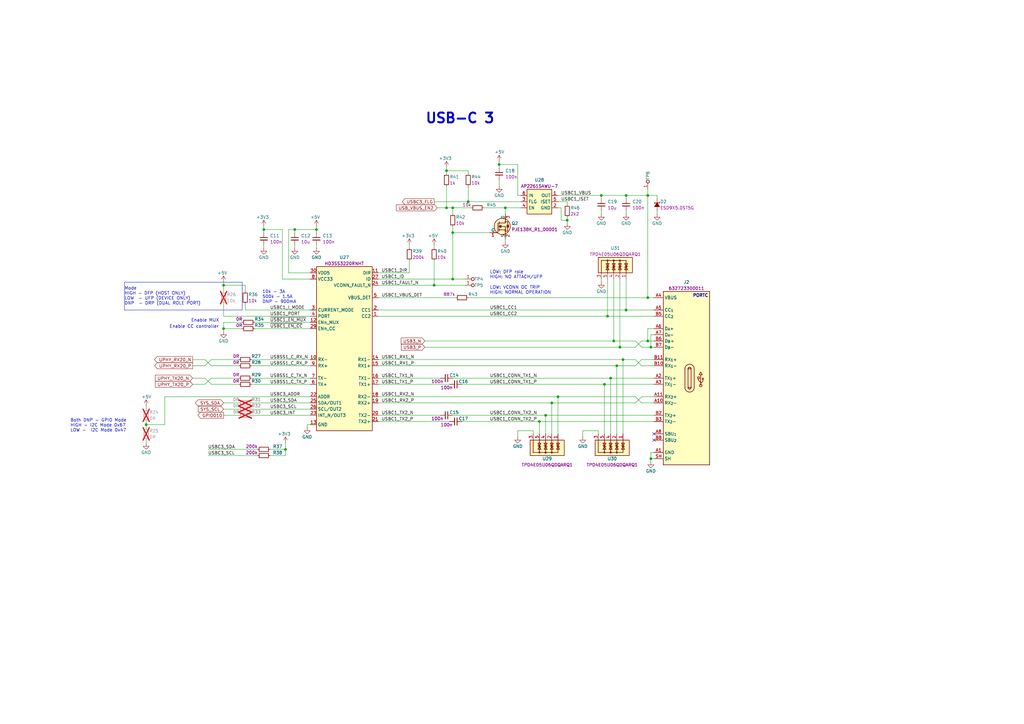
<source format=kicad_sch>
(kicad_sch (version 20250114) (generator "eeschema") (generator_version "9.0")
  (paper "A3")
  (title_block (title "Humanoid-H1") (date "2025-11-29") (rev "v1.0") (company "Bosch Global Software Techonlogies") (comment 1 "FitFest2025 Hackathon") (comment 2 "Team Name: VoltEdge"))
  (lib_symbols
    (symbol "+3V3_1" (power) (pin_numbers (hide yes)) (pin_names (hide yes))
      (property "Value" "+3V3_1" (at -3.175 2.54 0))
      (symbol "+3V3_1_1_1"
        (pin power_in line (at 0 0 90) (length 0) (hide yes) (name "+3V3") (number "1"))
      )
    )
    (symbol "+3V3_2" (power) (pin_numbers (hide yes)) (pin_names (hide yes))
      (property "Value" "+3V3_2" (at -3.175 2.54 0))
      (symbol "+3V3_2_1_1"
        (pin power_in line (at 0 0 90) (length 0) (hide yes) (name "+3V3") (number "1"))
      )
    )
    (symbol "+5V_1" (power) (pin_numbers (hide yes)) (pin_names (hide yes))
      (property "Value" "+5V_1" (at 15.24 -5.08 0))
      (symbol "+5V_1_1_1"
        (pin power_in line (at 0 0 90) (length 0) (name "+5V") (number "1"))
      )
    )
    (symbol "+5V_2" (power) (pin_numbers (hide yes)) (pin_names (hide yes))
      (property "Value" "+5V_2" (at 15.24 -5.08 0))
      (symbol "+5V_2_1_1"
        (pin power_in line (at 0 0 90) (length 0) (name "+5V") (number "1"))
      )
    )
    (symbol "+5V_3" (power) (pin_numbers (hide yes)) (pin_names (hide yes))
      (property "Value" "+5V_3" (at 15.24 -5.08 0))
      (symbol "+5V_3_1_1"
        (pin power_in line (at 0 0 90) (length 0) (name "+5V") (number "1"))
      )
    )
    (symbol "C_100n_0402_1" (pin_numbers (hide yes)) (pin_names (hide yes))
      (property "Reference" "C" (at 20.32 -5.08 0))
      (property "Val" "100n" (at 20.32 -7.62 0))
      (symbol "C_100n_0402_1_1_1"
        (pin passive line (at 0 0 0) (length 2.032) (name "~") (number "1"))
        (pin passive line (at 5.08 0 180) (length 2.032) (name "~") (number "2"))
      )
    )
    (symbol "C_100n_0402_2" (pin_numbers (hide yes)) (pin_names (hide yes))
      (property "Reference" "C" (at 20.32 -5.08 0))
      (property "Val" "100n" (at 20.32 -7.62 0))
      (symbol "C_100n_0402_2_1_1"
        (pin passive line (at 0 0 0) (length 2.032) (name "~") (number "1"))
        (pin passive line (at 5.08 0 180) (length 2.032) (name "~") (number "2"))
      )
    )
    (symbol "C_10u_0603_1" (pin_numbers (hide yes)) (pin_names (hide yes))
      (property "Reference" "C" (at 20.32 -5.08 0))
      (property "Val" "10u" (at 20.32 -7.62 0))
      (symbol "C_10u_0603_1_1_1"
        (pin passive line (at 0 0 0) (length 2.032) (name "~") (number "1"))
        (pin passive line (at 5.08 0 180) (length 2.032) (name "~") (number "2"))
      )
    )
    (symbol "GND_3" (power) (pin_numbers (hide yes)) (pin_names (hide yes))
      (property "Value" "GND_3" (at 8.89 -5.08 0))
      (symbol "GND_3_1_1"
        (pin power_in line (at 0 0 270) (length 0) (name "GND") (number "1"))
      )
    )
    (symbol "R_0R_0402_1" (pin_numbers (hide yes)) (pin_names (hide yes))
      (property "Reference" "R" (at 20.32 -5.08 0))
      (property "Val" "0R" (at 20.32 -7.62 0))
      (symbol "R_0R_0402_1_1_1"
        (pin passive line (at 0 0 0) (length 0.635) (name "~") (number "1"))
        (pin passive line (at 5.08 0 180) (length 0.635) (name "~") (number "2"))
      )
    )
    (symbol "R_0R_0402_10" (pin_numbers (hide yes)) (pin_names (hide yes))
      (property "Reference" "R" (at 20.32 -5.08 0))
      (property "Val" "0R" (at 20.32 -7.62 0))
      (symbol "R_0R_0402_10_1_1"
        (pin passive line (at 0 0 0) (length 0.635) (name "~") (number "1"))
        (pin passive line (at 5.08 0 180) (length 0.635) (name "~") (number "2"))
      )
    )
    (symbol "R_0R_0402_11" (pin_numbers (hide yes)) (pin_names (hide yes))
      (property "Reference" "R" (at 20.32 -5.08 0))
      (property "Val" "0R" (at 20.32 -7.62 0))
      (symbol "R_0R_0402_11_1_1"
        (pin passive line (at 0 0 0) (length 0.635) (name "~") (number "1"))
        (pin passive line (at 5.08 0 180) (length 0.635) (name "~") (number "2"))
      )
    )
    (symbol "R_0R_0402_2" (pin_numbers (hide yes)) (pin_names (hide yes))
      (property "Reference" "R" (at 20.32 -5.08 0))
      (property "Val" "0R" (at 20.32 -7.62 0))
      (symbol "R_0R_0402_2_1_1"
        (pin passive line (at 0 0 0) (length 0.635) (name "~") (number "1"))
        (pin passive line (at 5.08 0 180) (length 0.635) (name "~") (number "2"))
      )
    )
    (symbol "R_0R_0402_3" (pin_numbers (hide yes)) (pin_names (hide yes))
      (property "Reference" "R" (at 20.32 -5.08 0))
      (property "Val" "0R" (at 20.32 -7.62 0))
      (symbol "R_0R_0402_3_1_1"
        (pin passive line (at 0 0 0) (length 0.635) (name "~") (number "1"))
        (pin passive line (at 5.08 0 180) (length 0.635) (name "~") (number "2"))
      )
    )
    (symbol "R_0R_0402_4" (pin_numbers (hide yes)) (pin_names (hide yes))
      (property "Reference" "R" (at 20.32 -5.08 0))
      (property "Val" "0R" (at 20.32 -7.62 0))
      (symbol "R_0R_0402_4_1_1"
        (pin passive line (at 0 0 0) (length 0.635) (name "~") (number "1"))
        (pin passive line (at 5.08 0 180) (length 0.635) (name "~") (number "2"))
      )
    )
    (symbol "R_0R_0402_5" (pin_numbers (hide yes)) (pin_names (hide yes))
      (property "Reference" "R" (at 20.32 -5.08 0))
      (property "Val" "0R" (at 20.32 -7.62 0))
      (symbol "R_0R_0402_5_1_1"
        (pin passive line (at 0 0 0) (length 0.635) (name "~") (number "1"))
        (pin passive line (at 5.08 0 180) (length 0.635) (name "~") (number "2"))
      )
    )
    (symbol "R_0R_0402_6" (pin_numbers (hide yes)) (pin_names (hide yes))
      (property "Reference" "R" (at 20.32 -5.08 0))
      (property "Val" "0R" (at 20.32 -7.62 0))
      (symbol "R_0R_0402_6_1_1"
        (pin passive line (at 0 0 0) (length 0.635) (name "~") (number "1"))
        (pin passive line (at 5.08 0 180) (length 0.635) (name "~") (number "2"))
      )
    )
    (symbol "R_0R_0402_7" (pin_numbers (hide yes)) (pin_names (hide yes))
      (property "Reference" "R" (at 20.32 -5.08 0))
      (property "Val" "0R" (at 20.32 -7.62 0))
      (symbol "R_0R_0402_7_1_1"
        (pin passive line (at 0 0 0) (length 0.635) (name "~") (number "1"))
        (pin passive line (at 5.08 0 180) (length 0.635) (name "~") (number "2"))
      )
    )
    (symbol "R_0R_0402_8" (pin_numbers (hide yes)) (pin_names (hide yes))
      (property "Reference" "R" (at 20.32 -5.08 0))
      (property "Val" "0R" (at 20.32 -7.62 0))
      (symbol "R_0R_0402_8_1_1"
        (pin passive line (at 0 0 0) (length 0.635) (name "~") (number "1"))
        (pin passive line (at 5.08 0 180) (length 0.635) (name "~") (number "2"))
      )
    )
    (symbol "R_0R_0402_9" (pin_numbers (hide yes)) (pin_names (hide yes))
      (property "Reference" "R" (at 20.32 -5.08 0))
      (property "Val" "0R" (at 20.32 -7.62 0))
      (symbol "R_0R_0402_9_1_1"
        (pin passive line (at 0 0 0) (length 0.635) (name "~") (number "1"))
        (pin passive line (at 5.08 0 180) (length 0.635) (name "~") (number "2"))
      )
    )
    (symbol "R_10k_0402_1" (pin_numbers (hide yes)) (pin_names (hide yes))
      (property "Reference" "R" (at 20.32 -5.08 0))
      (property "Val" "10k" (at 20.32 -7.62 0))
      (symbol "R_10k_0402_1_1_1"
        (pin passive line (at 0 0 0) (length 0.635) (name "~") (number "1"))
        (pin passive line (at 5.08 0 180) (length 0.635) (name "~") (number "2"))
      )
    )
    (symbol "R_10k_0402_2" (pin_numbers (hide yes)) (pin_names (hide yes))
      (property "Reference" "R" (at 20.32 -5.08 0))
      (property "Val" "10k" (at 20.32 -7.62 0))
      (symbol "R_10k_0402_2_1_1"
        (pin passive line (at 0 0 0) (length 0.635) (name "~") (number "1"))
        (pin passive line (at 5.08 0 180) (length 0.635) (name "~") (number "2"))
      )
    )
    (symbol "R_200k_0402_1" (pin_numbers (hide yes)) (pin_names (hide yes))
      (property "Reference" "R" (at 20.32 -5.08 0))
      (property "Val" "200k" (at 20.32 -7.62 0))
      (symbol "R_200k_0402_1_1_1"
        (pin passive line (at 0 0 0) (length 0.635) (name "~") (number "1"))
        (pin passive line (at 5.08 0 180) (length 0.635) (name "~") (number "2"))
      )
    )
    (symbol "R_200k_0402_2" (pin_numbers (hide yes)) (pin_names (hide yes))
      (property "Reference" "R" (at 20.32 -5.08 0))
      (property "Val" "200k" (at 20.32 -7.62 0))
      (symbol "R_200k_0402_2_1_1"
        (pin passive line (at 0 0 0) (length 0.635) (name "~") (number "1"))
        (pin passive line (at 5.08 0 180) (length 0.635) (name "~") (number "2"))
      )
    )
    (symbol "antmicroCapacitors0402:C_100n_0402" (pin_numbers (hide yes)) (pin_names (hide yes))
      (property "Reference" "C" (at 20.32 -5.08 0))
      (property "Val" "100n" (at 20.32 -7.62 0))
      (symbol "C_100n_0402_1_1"
        (pin passive line (at 0 0 0) (length 2.032) (name "~") (number "1"))
        (pin passive line (at 5.08 0 180) (length 2.032) (name "~") (number "2"))
      )
    )
    (symbol "antmicroCapacitors0603:C_10u_0603" (pin_numbers (hide yes)) (pin_names (hide yes))
      (property "Reference" "C" (at 20.32 -5.08 0))
      (property "Val" "10u" (at 20.32 -7.62 0))
      (symbol "C_10u_0603_1_1"
        (pin passive line (at 0 0 0) (length 2.032) (name "~") (number "1"))
        (pin passive line (at 5.08 0 180) (length 2.032) (name "~") (number "2"))
      )
    )
    (symbol "antmicroInterfaceControllers:HD3SS3220RNH"
      (property "Reference" "U" (at 41.91 -5.08 0))
      (property "MPN" "HD3SS3220RNHT" (at 41.91 -17.78 0))
      (symbol "HD3SS3220RNH_1_1"
        (pin passive line (at 0 0 0) (length 2.54) (name "VDD5") (number "30"))
        (pin passive line (at 0 -2.54 0) (length 2.54) (name "VCC33") (number "8"))
        (pin passive line (at 0 -15.24 0) (length 2.54) (name "CURRENT_MODE") (number "3"))
        (pin passive line (at 0 -17.78 0) (length 2.54) (name "PORT") (number "4"))
        (pin passive line (at 0 -20.32 0) (length 2.54) (name "ENn_MUX") (number "12"))
        (pin passive line (at 0 -22.86 0) (length 2.54) (name "ENn_CC") (number "29"))
        (pin passive line (at 0 -35.56 0) (length 2.54) (name "RX-") (number "10"))
        (pin passive line (at 0 -38.1 0) (length 2.54) (name "RX+") (number "9"))
        (pin passive line (at 0 -43.18 0) (length 2.54) (name "TX-") (number "7"))
        (pin passive line (at 0 -45.72 0) (length 2.54) (name "TX+") (number "6"))
        (pin passive line (at 0 -50.8 0) (length 2.54) (name "ADDR") (number "22"))
        (pin passive line (at 0 -53.34 0) (length 2.54) (name "SDA/OUT1") (number "25"))
        (pin passive line (at 0 -55.88 0) (length 2.54) (name "SCL/OUT2") (number "26"))
        (pin passive line (at 0 -58.42 0) (length 2.54) (name "INT_N/OUT3") (number "23"))
        (pin passive line (at 0 -62.23 0) (length 2.54) (name "GND") (number "13"))
        (pin passive line (at 0 -62.23 0) (length 2.54) (hide yes) (name "GND") (number "28"))
        (pin passive line (at 0 -62.23 0) (length 2.54) (hide yes) (name "GND") (number "31"))
        (pin passive line (at 27.94 0 180) (length 2.54) (name "DIR") (number "11"))
        (pin passive line (at 27.94 -2.54 180) (length 2.54) (name "ID") (number "27"))
        (pin passive line (at 27.94 -5.08 180) (length 2.54) (name "VCONN_FAULT_N") (number "24"))
        (pin passive line (at 27.94 -10.16 180) (length 2.54) (name "VBUS_DET") (number "5"))
        (pin passive line (at 27.94 -15.24 180) (length 2.54) (name "CC1") (number "2"))
        (pin passive line (at 27.94 -17.78 180) (length 2.54) (name "CC2") (number "1"))
        (pin passive line (at 27.94 -35.56 180) (length 2.54) (name "RX1-") (number "14"))
        (pin passive line (at 27.94 -38.1 180) (length 2.54) (name "RX1+") (number "15"))
        (pin passive line (at 27.94 -43.18 180) (length 2.54) (name "TX1-") (number "16"))
        (pin passive line (at 27.94 -45.72 180) (length 2.54) (name "TX1+") (number "17"))
        (pin passive line (at 27.94 -50.8 180) (length 2.54) (name "RX2-") (number "18"))
        (pin passive line (at 27.94 -53.34 180) (length 2.54) (name "RX2+") (number "19"))
        (pin passive line (at 27.94 -58.42 180) (length 2.54) (name "TX2-") (number "20"))
        (pin passive line (at 27.94 -60.96 180) (length 2.54) (name "TX2+") (number "21"))
      )
    )
    (symbol "antmicroPMICPowerDistributionSwitchesLoadDrivers:AP22615A_TSOT26"
      (property "Reference" "U" (at 30.48 -2.54 0))
      (property "MPN" "AP22615AWU-7" (at 30.48 -12.7 0))
      (symbol "AP22615A_TSOT26_1_1"
        (pin power_in line (at 0 0 0) (length 2.54) (name "IN") (number "6"))
        (pin output line (at 0 -2.54 0) (length 2.54) (name "FLG") (number "3"))
        (pin input line (at 0 -5.08 0) (length 2.54) (name "EN") (number "4"))
        (pin power_out line (at 15.24 0 180) (length 2.54) (name "OUT") (number "1"))
        (pin passive line (at 15.24 -2.54 180) (length 2.54) (name "ISET") (number "5"))
        (pin power_in line (at 15.24 -5.08 180) (length 2.54) (name "GND") (number "2"))
      )
    )
    (symbol "antmicroResistors0402:R_10k_0402" (pin_numbers (hide yes)) (pin_names (hide yes))
      (property "Reference" "R" (at 20.32 -5.08 0))
      (property "Val" "10k" (at 20.32 -7.62 0))
      (symbol "R_10k_0402_1_1"
        (pin passive line (at 0 0 0) (length 0.635) (name "~") (number "1"))
        (pin passive line (at 5.08 0 180) (length 0.635) (name "~") (number "2"))
      )
    )
    (symbol "antmicroResistors0402:R_1k_0402" (pin_numbers (hide yes)) (pin_names (hide yes))
      (property "Reference" "R" (at 20.32 -5.08 0))
      (property "Val" "1k" (at 20.32 -7.62 0))
      (symbol "R_1k_0402_1_1"
        (pin passive line (at 0 0 0) (length 0.635) (name "~") (number "1"))
        (pin passive line (at 5.08 0 180) (length 0.635) (name "~") (number "2"))
      )
    )
    (symbol "antmicroResistors0402:R_200k_0402" (pin_numbers (hide yes)) (pin_names (hide yes))
      (property "Reference" "R" (at 20.32 -5.08 0))
      (property "Val" "200k" (at 20.32 -7.62 0))
      (symbol "R_200k_0402_1_1"
        (pin passive line (at 0 0 0) (length 0.635) (name "~") (number "1"))
        (pin passive line (at 5.08 0 180) (length 0.635) (name "~") (number "2"))
      )
    )
    (symbol "antmicroResistors0402:R_2k2_0402" (pin_numbers (hide yes)) (pin_names (hide yes))
      (property "Reference" "R" (at 20.32 -5.08 0))
      (property "Val" "2k2" (at 20.32 -7.62 0))
      (symbol "R_2k2_0402_1_1"
        (pin passive line (at 0 0 0) (length 0.635) (name "~") (number "1"))
        (pin passive line (at 5.08 0 180) (length 0.635) (name "~") (number "2"))
      )
    )
    (symbol "antmicroResistors0402:R_887k_0402" (pin_numbers (hide yes)) (pin_names (hide yes))
      (property "Reference" "R" (at 20.32 -5.08 0))
      (property "Val" "887k" (at 20.32 -7.62 0))
      (symbol "R_887k_0402_1_1"
        (pin passive line (at 0 0 0) (length 0.635) (name "~") (number "1"))
        (pin passive line (at 5.08 0 180) (length 0.635) (name "~") (number "2"))
      )
    )
    (symbol "antmicroTVSDiodes:ESD9X5.0ST5G" (pin_numbers (hide yes)) (pin_names (hide yes))
      (property "Reference" "D" (at 21.59 -2.54 0))
      (property "MPN" "ESD9X5.0ST5G" (at 21.59 -5.08 0))
      (symbol "ESD9X5.0ST5G_1_1"
        (pin passive line (at 0 0 0) (length 0.635) (name "C") (number "1"))
        (pin passive line (at 5.08 0 180) (length 0.635) (name "A") (number "2"))
      )
    )
    (symbol "antmicroTVSDiodes:TPD4E05U06QDQARQ1"
      (property "Reference" "U" (at 24.13 0 0))
      (property "MPN" "TPD4E05U06QDQARQ1" (at 24.13 -2.54 0))
      (symbol "TPD4E05U06QDQARQ1_1_1"
        (pin passive line (at 0 0 0) (length 2.54) (name "~") (number "1"))
        (pin passive line (at 0 0 0) (length 2.54) (hide yes) (name "~") (number "10"))
        (pin passive line (at 0 -2.54 0) (length 2.54) (name "~") (number "2"))
        (pin passive line (at 0 -2.54 0) (length 2.54) (hide yes) (name "~") (number "9"))
        (pin passive line (at 0 -5.08 0) (length 2.54) (name "~") (number "4"))
        (pin passive line (at 0 -5.08 0) (length 2.54) (hide yes) (name "~") (number "7"))
        (pin passive line (at 0 -7.62 0) (length 2.54) (name "~") (number "5"))
        (pin passive line (at 0 -7.62 0) (length 2.54) (hide yes) (name "~") (number "6"))
        (pin power_in line (at 0 -10.16 0) (length 2.54) (name "~") (number "3"))
        (pin passive line (at 0 -10.16 0) (length 2.54) (hide yes) (name "~") (number "8"))
      )
    )
    (symbol "antmicroTestPoints:TP_0.75mm_SMD" (pin_names (hide yes)) (in_bom no)
      (property "Reference" "TP" (at 10.16 -1.27 0))
      (symbol "TP_0.75mm_SMD_1_1"
        (pin passive line (at 0 0 0) (length 2.54) (name "1") (number "1"))
      )
    )
    (symbol "antmicroTransistorsFETsMOSFETsSingle:PJE138K" (pin_names (offset 0))
      (property "Reference" "Q" (at 22.86 -6.35 0))
      (property "MPN" "PJE138K_R1_00001" (at 22.86 -16.51 0))
      (symbol "PJE138K_1_1"
        (pin passive line (at 0 0 0) (length 2.54) (name "G") (number "1"))
        (pin passive line (at 6.35 7.62 270) (length 2.54) (name "D") (number "3"))
        (pin passive line (at 6.35 -2.54 90) (length 2.54) (name "S") (number "2"))
      )
    )
    (symbol "antmicroUSBConnectors:USB-C_WE_632723300011"
      (property "Reference" "J" (at 15.24 -2.54 0))
      (property "MPN" "632723300011" (at 15.24 -5.08 0))
      (symbol "USB-C_WE_632723300011_1_1"
        (pin passive line (at 0 0 180) (length 3.81) (name "VBUS") (number "A4"))
        (pin passive line (at 0 0 180) (length 3.81) (hide yes) (name "VBUS") (number "A9"))
        (pin passive line (at 0 0 180) (length 3.81) (hide yes) (name "VBUS") (number "B4"))
        (pin passive line (at 0 0 180) (length 3.81) (hide yes) (name "VBUS") (number "B9"))
        (pin bidirectional line (at 0 -5.08 180) (length 3.81) (name "CC_{1}") (number "A5"))
        (pin bidirectional line (at 0 -7.62 180) (length 3.81) (name "CC_{2}") (number "B5"))
        (pin bidirectional line (at 0 -12.7 180) (length 3.81) (name "D_{A}+") (number "A6"))
        (pin bidirectional line (at 0 -15.24 180) (length 3.81) (name "D_{A}-") (number "A7"))
        (pin bidirectional line (at 0 -17.78 180) (length 3.81) (name "D_{B}+") (number "B6"))
        (pin bidirectional line (at 0 -20.32 180) (length 3.81) (name "D_{B}-") (number "B7"))
        (pin bidirectional line (at 0 -25.4 180) (length 3.81) (name "RX_{1}+") (number "B11"))
        (pin bidirectional line (at 0 -27.94 180) (length 3.81) (name "RX_{1}-") (number "B10"))
        (pin bidirectional line (at 0 -33.02 180) (length 3.81) (name "TX_{1}+") (number "A2"))
        (pin bidirectional line (at 0 -35.56 180) (length 3.81) (name "TX_{1}-") (number "A3"))
        (pin bidirectional line (at 0 -40.64 180) (length 3.81) (name "RX_{2}+") (number "A11"))
        (pin bidirectional line (at 0 -43.18 180) (length 3.81) (name "RX_{2}-") (number "A10"))
        (pin bidirectional line (at 0 -48.26 180) (length 3.81) (name "TX_{2}+") (number "B2"))
        (pin bidirectional line (at 0 -50.8 180) (length 3.81) (name "TX_{2}-") (number "B3"))
        (pin bidirectional line (at 0 -55.88 180) (length 3.81) (name "SBU_{1}") (number "A8"))
        (pin bidirectional line (at 0 -58.42 180) (length 3.81) (name "SBU_{2}") (number "B8"))
        (pin power_in line (at 0 -63.5 180) (length 3.81) (name "GND") (number "A1"))
        (pin passive line (at 0 -63.5 180) (length 3.81) (hide yes) (name "GND") (number "A12"))
        (pin passive line (at 0 -63.5 180) (length 3.81) (hide yes) (name "GND") (number "B1"))
        (pin passive line (at 0 -63.5 180) (length 3.81) (hide yes) (name "GND") (number "B12"))
        (pin passive line (at 0 -66.04 180) (length 3.81) (name "SH") (number "SH"))
      )
    )
    (symbol "antmicropower:+3V3" (power) (pin_numbers (hide yes)) (pin_names (hide yes))
      (property "Value" "+3V3" (at -3.175 2.54 0))
      (symbol "+3V3_1_1"
        (pin power_in line (at 0 0 90) (length 0) (hide yes) (name "+3V3") (number "1"))
      )
    )
    (symbol "antmicropower:+5V" (power) (pin_numbers (hide yes)) (pin_names (hide yes))
      (property "Value" "+5V" (at 15.24 -5.08 0))
      (symbol "+5V_1_1"
        (pin power_in line (at 0 0 90) (length 0) (name "+5V") (number "1"))
      )
    )
  )
  (text "Mode\nHIGH - DFP (HOST ONLY)\nLOW  - UFP (DEVICE ONLY)\nDNP  - DRP (DUAL ROLE PORT)\n" (at 51.054 125.2519 0) (effects (font (size 1.27 1.27)) (justify left bottom)))
  (text "LOW: VCONN OC TRIP \nHIGH: NORMAL OPERATION" (at 200.914 120.8069 0) (effects (font (size 1.27 1.27)) (justify left bottom)))
  (text "PORTC" (at 284.099 122.0769 0) (effects (font (size 1.27 1.27) (thickness 0.254) (bold yes)) (justify left bottom)))
  (text "10k - 3A\n500k - 1.5A\nDNP - 900mA" (at 107.569 124.6169 0) (effects (font (size 1.27 1.27)) (justify left bottom)))
  (text "Enable MUX" (at 78.359 132.2369 0) (effects (font (size 1.27 1.27)) (justify left bottom)))
  (text "Both DNP - GPIO Mode\nHIGH - I2C Mode 0x67\nLOW -  I2C Mode 0x47" (at 28.829 177.3219 0) (effects (font (size 1.27 1.27)) (justify left bottom)))
  (text "LOW: DFP role \nHIGH: NO ATTACH/UFP" (at 200.914 114.4569 0) (effects (font (size 1.27 1.27)) (justify left bottom)))
  (text "USB-C 3" (at 174.244 50.9569 0) (effects (font (size 4 4) (thickness 0.8) (bold yes)) (justify left bottom)))
  (text "Enable CC controller" (at 69.469 134.7769 0) (effects (font (size 1.27 1.27)) (justify left bottom)))
  (junction (at 226.314 165.2569))
  (junction (at 265.684 122.0769))
  (junction (at 120.904 94.1369))
  (junction (at 266.954 142.3969))
  (junction (at 265.684 139.8569))
  (junction (at 255.524 147.4769))
  (junction (at 247.904 157.6369))
  (junction (at 232.664 90.3269))
  (junction (at 108.204 94.1369))
  (junction (at 223.774 170.3369))
  (junction (at 183.134 85.2469))
  (junction (at 252.984 150.0169))
  (junction (at 185.674 85.2469))
  (junction (at 265.684 80.1669))
  (junction (at 91.694 134.7769))
  (junction (at 91.694 116.9969))
  (junction (at 254.254 142.3969))
  (junction (at 256.794 127.1569))
  (junction (at 59.944 174.1469))
  (junction (at 246.634 80.1669))
  (junction (at 178.054 116.9969))
  (junction (at 204.724 67.4669))
  (junction (at 192.024 82.7069))
  (junction (at 183.134 70.0069))
  (junction (at 249.174 129.6969))
  (junction (at 250.444 155.0969))
  (junction (at 251.714 139.8569))
  (junction (at 129.794 94.1369))
  (junction (at 185.674 114.4569))
  (junction (at 266.954 188.1169))
  (junction (at 221.234 172.8769))
  (junction (at 117.094 184.3069))
  (junction (at 185.674 95.4069))
  (junction (at 256.794 80.1669))
  (junction (at 228.854 162.7169))
  (junction (at 207.264 85.2469))
  (no_connect (at 268.224 180.4969))
  (no_connect (at 268.224 177.9569))
  (wire (pts (xy 91.694 134.7769) (xy 99.314 134.7769)))
  (wire (pts (xy 218.694 176.6869) (xy 218.694 177.9569)))
  (wire (pts (xy 192.024 82.7069) (xy 213.614 82.7069)))
  (wire (pts (xy 108.204 94.1369) (xy 108.204 95.4069)))
  (wire (pts (xy 265.684 139.8569) (xy 268.224 139.8569)))
  (wire (pts (xy 204.724 73.8169) (xy 204.724 76.3569)))
  (wire (pts (xy 265.684 80.1669) (xy 265.684 122.0769)))
  (wire (pts (xy 228.854 162.7169) (xy 228.854 177.9569)))
  (wire (pts (xy 155.194 170.3369) (xy 180.594 170.3369)))
  (wire (pts (xy 212.344 179.2269) (xy 212.344 176.6869)))
  (wire (pts (xy 263.144 162.7169) (xy 268.224 162.7169)))
  (wire (pts (xy 174.244 139.8569) (xy 251.714 139.8569)))
  (wire (pts (xy 103.124 165.2569) (xy 127.254 165.2569)))
  (wire (pts (xy 266.954 137.3169) (xy 266.954 142.3969)))
  (wire (pts (xy 263.144 147.4769) (xy 268.224 147.4769)))
  (wire (pts (xy 260.604 139.8569) (xy 263.144 142.3969)))
  (wire (pts (xy 246.634 86.5169) (xy 246.634 87.7869)))
  (wire (pts (xy 118.364 111.9169) (xy 118.364 94.1369)))
  (wire (pts (xy 266.954 142.3969) (xy 268.224 142.3969)))
  (wire (pts (xy 256.794 86.5169) (xy 256.794 87.7869)))
  (wire (pts (xy 263.144 150.0169) (xy 268.224 150.0169)))
  (wire (pts (xy 212.344 80.1669) (xy 213.614 80.1669)))
  (wire (pts (xy 183.134 76.3569) (xy 183.134 85.2469)))
  (wire (pts (xy 155.194 111.9169) (xy 167.894 111.9169)))
  (wire (pts (xy 185.674 95.4069) (xy 185.674 114.4569)))
  (wire (pts (xy 178.054 116.9969) (xy 190.754 116.9969)))
  (wire (pts (xy 78.994 157.6369) (xy 84.074 157.6369)))
  (wire (pts (xy 127.254 127.1569) (xy 100.584 127.1569)))
  (wire (pts (xy 260.604 142.3969) (xy 263.144 139.8569)))
  (wire (pts (xy 255.524 147.4769) (xy 260.604 147.4769)))
  (wire (pts (xy 91.694 170.3369) (xy 98.044 170.3369)))
  (wire (pts (xy 185.674 114.4569) (xy 190.754 114.4569)))
  (wire (pts (xy 155.194 157.6369) (xy 184.404 157.6369)))
  (wire (pts (xy 228.854 85.2469) (xy 230.124 85.2469)))
  (wire (pts (xy 252.984 150.0169) (xy 260.604 150.0169)))
  (wire (pts (xy 207.264 85.2469) (xy 213.614 85.2469)))
  (wire (pts (xy 263.144 142.3969) (xy 266.954 142.3969)))
  (wire (pts (xy 155.194 127.1569) (xy 256.794 127.1569)))
  (wire (pts (xy 221.234 172.8769) (xy 221.234 177.9569)))
  (wire (pts (xy 189.484 172.8769) (xy 221.234 172.8769)))
  (wire (pts (xy 204.724 67.4669) (xy 212.344 67.4669)))
  (wire (pts (xy 91.694 165.2569) (xy 98.044 165.2569)))
  (wire (pts (xy 185.674 170.3369) (xy 223.774 170.3369)))
  (wire (pts (xy 251.714 114.4569) (xy 251.714 139.8569)))
  (wire (pts (xy 103.124 155.0969) (xy 127.254 155.0969)))
  (wire (pts (xy 120.904 100.4869) (xy 120.904 101.7569)))
  (wire (pts (xy 127.254 111.9169) (xy 118.364 111.9169)))
  (wire (pts (xy 155.194 162.7169) (xy 228.854 162.7169)))
  (wire (pts (xy 155.194 114.4569) (xy 185.674 114.4569)))
  (wire (pts (xy 265.684 134.7769) (xy 265.684 139.8569)))
  (wire (pts (xy 117.094 181.7669) (xy 117.094 184.3069)))
  (wire (pts (xy 117.094 186.8469) (xy 117.094 184.3069)))
  (wire (pts (xy 263.144 139.8569) (xy 265.684 139.8569)))
  (wire (pts (xy 84.074 155.0969) (xy 86.614 157.6369)))
  (wire (pts (xy 91.694 124.6169) (xy 91.694 129.6969)))
  (wire (pts (xy 249.174 129.6969) (xy 268.224 129.6969)))
  (wire (pts (xy 268.224 137.3169) (xy 266.954 137.3169)))
  (wire (pts (xy 183.134 85.2469) (xy 185.674 85.2469)))
  (wire (pts (xy 104.394 132.2369) (xy 127.254 132.2369)))
  (wire (pts (xy 185.674 92.8669) (xy 185.674 95.4069)))
  (wire (pts (xy 266.954 189.3869) (xy 266.954 188.1169)))
  (wire (pts (xy 265.684 77.6269) (xy 265.684 80.1669)))
  (wire (pts (xy 260.604 150.0169) (xy 263.144 147.4769)))
  (wire (pts (xy 256.794 127.1569) (xy 268.224 127.1569)))
  (wire (pts (xy 254.254 114.4569) (xy 254.254 142.3969)))
  (wire (pts (xy 183.134 70.0069) (xy 183.134 71.2769)))
  (wire (pts (xy 91.694 134.7769) (xy 91.694 136.0469)))
  (wire (pts (xy 84.074 147.4769) (xy 86.614 150.0169)))
  (wire (pts (xy 232.664 90.3269) (xy 230.124 90.3269)))
  (wire (pts (xy 78.994 150.0169) (xy 84.074 150.0169)))
  (wire (pts (xy 129.794 100.4869) (xy 129.794 101.7569)))
  (wire (pts (xy 103.124 147.4769) (xy 127.254 147.4769)))
  (wire (pts (xy 249.174 114.4569) (xy 249.174 129.6969)))
  (wire (pts (xy 255.524 147.4769) (xy 255.524 177.9569)))
  (wire (pts (xy 192.024 76.3569) (xy 192.024 82.7069)))
  (wire (pts (xy 223.774 170.3369) (xy 223.774 177.9569)))
  (wire (pts (xy 59.944 180.4969) (xy 59.944 181.7669)))
  (wire (pts (xy 266.954 188.1169) (xy 266.954 185.5769)))
  (wire (pts (xy 256.794 114.4569) (xy 256.794 127.1569)))
  (wire (pts (xy 228.854 80.1669) (xy 246.634 80.1669)))
  (wire (pts (xy 250.444 155.0969) (xy 250.444 177.9569)))
  (wire (pts (xy 115.824 94.1369) (xy 108.204 94.1369)))
  (wire (pts (xy 265.684 80.1669) (xy 269.494 80.1669)))
  (wire (pts (xy 207.264 85.2469) (xy 207.264 87.7869)))
  (wire (pts (xy 155.194 155.0969) (xy 180.594 155.0969)))
  (wire (pts (xy 84.074 147.4769) (xy 78.994 147.4769)))
  (wire (pts (xy 155.194 122.0769) (xy 186.944 122.0769)))
  (wire (pts (xy 129.794 92.8669) (xy 129.794 94.1369)))
  (wire (pts (xy 185.674 85.2469) (xy 193.294 85.2469)))
  (wire (pts (xy 183.134 70.0069) (xy 192.024 70.0069)))
  (wire (pts (xy 246.634 80.1669) (xy 256.794 80.1669)))
  (wire (pts (xy 192.024 70.0069) (xy 192.024 71.2769)))
  (wire (pts (xy 86.614 147.4769) (xy 98.044 147.4769)))
  (wire (pts (xy 91.694 115.7269) (xy 91.694 116.9969)))
  (wire (pts (xy 246.634 114.4569) (xy 246.634 115.7269)))
  (wire (pts (xy 251.714 139.8569) (xy 260.604 139.8569)))
  (wire (pts (xy 118.364 94.1369) (xy 120.904 94.1369)))
  (wire (pts (xy 84.074 155.0969) (xy 78.994 155.0969)))
  (wire (pts (xy 252.984 150.0169) (xy 252.984 177.9569)))
  (wire (pts (xy 127.254 129.6969) (xy 91.694 129.6969)))
  (wire (pts (xy 260.604 162.7169) (xy 263.144 165.2569)))
  (wire (pts (xy 59.944 174.1469) (xy 59.944 175.4169)))
  (polyline (pts (xy 51.054 127.1569) (xy 99.314 127.1569)))
  (wire (pts (xy 179.324 85.2469) (xy 183.134 85.2469)))
  (wire (pts (xy 254.254 142.3969) (xy 260.604 142.3969)))
  (wire (pts (xy 226.314 165.2569) (xy 226.314 177.9569)))
  (wire (pts (xy 86.614 155.0969) (xy 84.074 157.6369)))
  (wire (pts (xy 167.894 100.4869) (xy 167.894 101.7569)))
  (wire (pts (xy 250.444 155.0969) (xy 268.224 155.0969)))
  (wire (pts (xy 125.984 175.4169) (xy 125.984 174.1469)))
  (wire (pts (xy 178.054 100.4869) (xy 178.054 101.7569)))
  (wire (pts (xy 185.674 85.2469) (xy 185.674 87.7869)))
  (wire (pts (xy 91.694 116.9969) (xy 91.694 119.5369)))
  (wire (pts (xy 239.014 176.6869) (xy 245.364 176.6869)))
  (wire (pts (xy 185.674 95.4069) (xy 200.914 95.4069)))
  (wire (pts (xy 103.124 157.6369) (xy 127.254 157.6369)))
  (wire (pts (xy 155.194 129.6969) (xy 249.174 129.6969)))
  (wire (pts (xy 247.904 157.6369) (xy 247.904 177.9569)))
  (wire (pts (xy 221.234 172.8769) (xy 268.224 172.8769)))
  (wire (pts (xy 245.364 176.6869) (xy 245.364 177.9569)))
  (wire (pts (xy 91.694 167.7969) (xy 98.044 167.7969)))
  (wire (pts (xy 120.904 94.1369) (xy 129.794 94.1369)))
  (wire (pts (xy 59.944 174.1469) (xy 67.564 174.1469)))
  (wire (pts (xy 223.774 170.3369) (xy 268.224 170.3369)))
  (wire (pts (xy 198.374 85.2469) (xy 207.264 85.2469)))
  (wire (pts (xy 260.604 147.4769) (xy 263.144 150.0169)))
  (wire (pts (xy 104.394 134.7769) (xy 127.254 134.7769)))
  (wire (pts (xy 269.494 86.5169) (xy 269.494 87.7869)))
  (wire (pts (xy 263.144 165.2569) (xy 268.224 165.2569)))
  (wire (pts (xy 269.494 81.4369) (xy 269.494 80.1669)))
  (wire (pts (xy 110.744 184.3069) (xy 117.094 184.3069)))
  (wire (pts (xy 115.824 114.4569) (xy 115.824 94.1369)))
  (wire (pts (xy 178.054 106.8369) (xy 178.054 116.9969)))
  (wire (pts (xy 103.124 167.7969) (xy 127.254 167.7969)))
  (wire (pts (xy 86.614 150.0169) (xy 98.044 150.0169)))
  (wire (pts (xy 185.674 155.0969) (xy 250.444 155.0969)))
  (wire (pts (xy 103.124 170.3369) (xy 127.254 170.3369)))
  (wire (pts (xy 91.694 116.9969) (xy 100.584 116.9969)))
  (wire (pts (xy 167.894 106.8369) (xy 167.894 111.9169)))
  (wire (pts (xy 127.254 114.4569) (xy 115.824 114.4569)))
  (wire (pts (xy 189.484 157.6369) (xy 247.904 157.6369)))
  (wire (pts (xy 155.194 165.2569) (xy 226.314 165.2569)))
  (wire (pts (xy 108.204 92.8669) (xy 108.204 94.1369)))
  (wire (pts (xy 204.724 67.4669) (xy 204.724 68.7369)))
  (wire (pts (xy 91.694 132.2369) (xy 91.694 134.7769)))
  (wire (pts (xy 232.664 90.3269) (xy 232.664 91.5969)))
  (wire (pts (xy 256.794 80.1669) (xy 265.684 80.1669)))
  (wire (pts (xy 204.724 66.1969) (xy 204.724 67.4669)))
  (wire (pts (xy 230.124 85.2469) (xy 230.124 90.3269)))
  (wire (pts (xy 103.124 150.0169) (xy 127.254 150.0169)))
  (wire (pts (xy 266.954 185.5769) (xy 268.224 185.5769)))
  (polyline (pts (xy 99.314 127.1569) (xy 99.314 115.7269)))
  (wire (pts (xy 212.344 80.1669) (xy 212.344 67.4669)))
  (wire (pts (xy 246.634 80.1669) (xy 246.634 81.4369)))
  (wire (pts (xy 228.854 162.7169) (xy 260.604 162.7169)))
  (wire (pts (xy 266.954 188.1169) (xy 268.224 188.1169)))
  (wire (pts (xy 100.584 124.6169) (xy 100.584 127.1569)))
  (wire (pts (xy 67.564 162.7169) (xy 67.564 174.1469)))
  (wire (pts (xy 155.194 172.8769) (xy 184.404 172.8769)))
  (wire (pts (xy 256.794 80.1669) (xy 256.794 81.4369)))
  (wire (pts (xy 100.584 116.9969) (xy 100.584 119.5369)))
  (wire (pts (xy 129.794 94.1369) (xy 129.794 95.4069)))
  (wire (pts (xy 178.054 82.7069) (xy 192.024 82.7069)))
  (wire (pts (xy 239.014 179.2269) (xy 239.014 176.6869)))
  (wire (pts (xy 192.024 122.0769) (xy 265.684 122.0769)))
  (wire (pts (xy 155.194 150.0169) (xy 252.984 150.0169)))
  (wire (pts (xy 86.614 155.0969) (xy 98.044 155.0969)))
  (polyline (pts (xy 51.054 115.7269) (xy 51.054 127.1569)))
  (wire (pts (xy 155.194 147.4769) (xy 255.524 147.4769)))
  (wire (pts (xy 268.224 134.7769) (xy 265.684 134.7769)))
  (polyline (pts (xy 51.054 115.7269) (xy 99.314 115.7269)))
  (wire (pts (xy 85.344 186.8469) (xy 105.664 186.8469)))
  (wire (pts (xy 155.194 116.9969) (xy 178.054 116.9969)))
  (wire (pts (xy 85.344 184.3069) (xy 105.664 184.3069)))
  (wire (pts (xy 110.744 186.8469) (xy 117.094 186.8469)))
  (wire (pts (xy 232.664 89.0569) (xy 232.664 90.3269)))
  (wire (pts (xy 247.904 157.6369) (xy 268.224 157.6369)))
  (wire (pts (xy 260.604 165.2569) (xy 263.144 162.7169)))
  (wire (pts (xy 86.614 147.4769) (xy 84.074 150.0169)))
  (wire (pts (xy 86.614 157.6369) (xy 98.044 157.6369)))
  (wire (pts (xy 183.134 68.7369) (xy 183.134 70.0069)))
  (wire (pts (xy 59.944 166.5269) (xy 59.944 167.7969)))
  (wire (pts (xy 125.984 174.1469) (xy 127.254 174.1469)))
  (wire (pts (xy 91.694 132.2369) (xy 99.314 132.2369)))
  (wire (pts (xy 59.944 172.8769) (xy 59.944 174.1469)))
  (wire (pts (xy 212.344 176.6869) (xy 218.694 176.6869)))
  (wire (pts (xy 232.664 82.7069) (xy 232.664 83.9769)))
  (wire (pts (xy 120.904 94.1369) (xy 120.904 95.4069)))
  (wire (pts (xy 228.854 82.7069) (xy 232.664 82.7069)))
  (wire (pts (xy 226.314 165.2569) (xy 260.604 165.2569)))
  (wire (pts (xy 207.264 97.9469) (xy 207.264 99.2169)))
  (wire (pts (xy 265.684 122.0769) (xy 268.224 122.0769)))
  (wire (pts (xy 174.244 142.3969) (xy 254.254 142.3969)))
  (wire (pts (xy 67.564 162.7169) (xy 127.254 162.7169)))
  (wire (pts (xy 108.204 100.4869) (xy 108.204 101.7569)))
  (label "USBC1_TX1_P" (at 156.464 157.6369 0))
  (label "USBC1_FAULT_N" (at 156.464 116.9969 0))
  (label "USBC1_TX2_P" (at 156.464 172.8769 0))
  (label "USBSS1_C_TX_N" (at 110.744 155.0969 0))
  (label "USBC1_PORT" (at 110.744 129.6969 0))
  (label "USBC1_I_MODE" (at 110.744 127.1569 0))
  (label "USBC3_SDA" (at 85.344 184.3069 0))
  (label "USBC1_VBUS" (at 230.124 80.1669 0))
  (label "USBC1_CONN_TX1_P" (at 200.914 157.6369 0))
  (label "USBC3_SDA" (at 110.744 165.2569 0))
  (label "USBC1_RX1_P" (at 156.464 150.0169 0))
  (label "USBC1_CONN_TX1_N" (at 200.914 155.0969 0))
  (label "USBC1_RX2_N" (at 156.464 162.7169 0))
  (label "USBC1_CONN_TX2_P" (at 200.914 172.8769 0))
  (label "USBC1_ID" (at 156.464 114.4569 0))
  (label "USBC3_SCL" (at 85.344 186.8469 0))
  (label "~{USBC1_EN_MUX}" (at 110.744 132.2369 0))
  (label "USBSS1_C_RX_P" (at 110.744 150.0169 0))
  (label "USBC3_ADDR" (at 110.744 162.7169 0))
  (label "USBSS1_C_TX_P" (at 110.744 157.6369 0))
  (label "USBC3_INT" (at 110.744 170.3369 0))
  (label "USBC1_CONN_TX2_N" (at 200.914 170.3369 0))
  (label "USBC1_ISET" (at 230.124 82.7069 0))
  (label "USBC1_CC1" (at 200.914 127.1569 0))
  (label "USBC1_TX2_N" (at 156.464 170.3369 0))
  (label "USBC1_DIR" (at 156.464 111.9169 0))
  (label "USBC1_RX1_N" (at 156.464 147.4769 0))
  (label "USBC1_TX1_N" (at 156.464 155.0969 0))
  (label "USBC1_CC2" (at 200.914 129.6969 0))
  (label "USBC1_RX2_P" (at 156.464 165.2569 0))
  (label "~{USBC1_EN_CC}" (at 110.744 134.7769 0))
  (label "USBC3_SCL" (at 110.744 167.7969 0))
  (label "USBC1_VBUS_DET" (at 156.464 122.0769 0))
  (label "USBSS1_C_RX_N" (at 110.744 147.4769 0))
  (global_label "UPHY_TX20_N" (shape input) (at 78.994 155.0969 180) (property "Intersheetrefs" "${INTERSHEET_REFS}" (effects (hide yes))))
  (global_label "UPHY_RX20_P" (shape output) (at 78.994 150.0169 180) (property "Intersheetrefs" "${INTERSHEET_REFS}" (effects (hide yes))))
  (global_label "SYS_SDA" (shape bidirectional) (at 91.694 165.2569 180) (property "Intersheetrefs" "${INTERSHEET_REFS}" (effects (hide yes))))
  (global_label "GPIO010" (shape output) (at 91.694 170.3369 180) (property "Intersheetrefs" "${INTERSHEET_REFS}" (effects (hide yes))))
  (global_label "USB3_P" (shape input) (at 174.244 142.3969 180) (property "Intersheetrefs" "${INTERSHEET_REFS}" (effects (hide yes))))
  (global_label "SYS_SCL" (shape input) (at 91.694 167.7969 180) (property "Intersheetrefs" "${INTERSHEET_REFS}" (effects (hide yes))))
  (global_label "USB3_N" (shape input) (at 174.244 139.8569 180) (property "Intersheetrefs" "${INTERSHEET_REFS}" (effects (hide yes))))
  (global_label "UPHY_TX20_P" (shape input) (at 78.994 157.6369 180) (property "Intersheetrefs" "${INTERSHEET_REFS}" (effects (hide yes))))
  (global_label "USB_VBUS_EN2" (shape input) (at 179.324 85.2469 180) (property "Intersheetrefs" "${INTERSHEET_REFS}" (effects (hide yes))))
  (global_label "UPHY_RX20_N" (shape output) (at 78.994 147.4769 180) (property "Intersheetrefs" "${INTERSHEET_REFS}" (effects (hide yes))))
  (global_label "USBC3_FLG" (shape output) (at 178.054 82.7069 180) (property "Intersheetrefs" "${INTERSHEET_REFS}" (effects (hide yes))))
  (symbol (lib_name "R_0R_0402_11") (lib_id "antmicroResistors0402:R_0R_0402") (at 98.044 165.2569 0) (unit 1) (in_bom no) (dnp yes)
    (property "Reference" "R157" (at 103.124 164.6219 0) (effects (justify left bottom)))
    (property "Value" "R_0R_0402" (effects (hide yes)))
    (property "Footprint" "antmicro-footprints:R_0402_1005Metric" (effects (hide yes)))
    (property "Datasheet" "https://industrial.panasonic.com/cdbs/www-data/pdf/RDA0000/AOA0000C301.pdf" (effects (hide yes)))
    (property "Manufacturer" "Panasonic" (effects (hide yes)))
    (property "MPN" "ERJ2GE0R00X" (effects (hide yes)))
    (property "Val" "0R" (at 95.504 164.6219 0) (effects (justify left bottom)))
    (property "License" "Apache-2.0" (effects (hide yes)))
    (property "Author" "Antmicro" (effects (hide yes)))
    (property "Current" "1A" (effects (hide yes)))
    (instances (project "H1" (path "" (reference "R31") (unit 1))) (project "" (path "" (reference "R157") (unit 1))))
  )
  (symbol (lib_name "+5V_1") (lib_id "antmicropower:+5V") (at 91.694 115.7269 0) (unit 1)
    (property "Reference" "#PWR?" (effects (hide yes)))
    (property "Value" "+5V" (at 89.154 111.9169 0) (effects (justify left)))
    (property "Author" "Antmicro" (effects (hide yes)))
    (property "License" "Apache-2.0" (effects (hide yes)))
    (instances (project "H1" (path "" (reference "#PWR028") (unit 1))) (project "" (path "" (reference "#PWR?") (unit 1))))
  )
  (symbol (lib_id "antmicropower:+5V") (at 178.054 100.4869 0) (mirror y) (unit 1)
    (property "Reference" "#PWR?" (effects (hide yes)))
    (property "Value" "+5V" (at 175.514 96.6769 0) (effects (justify right)))
    (property "Author" "Antmicro" (effects (hide yes)))
    (property "License" "Apache-2.0" (effects (hide yes)))
    (instances (project "H1" (path "" (reference "#PWR038") (unit 1))) (project "" (path "" (reference "#PWR?") (unit 1))))
  )
  (symbol (lib_id "antmicroCapacitors0402:C_100n_0402") (at 185.674 170.3369 180) (unit 1)
    (property "Reference" "C112" (at 188.214 168.4319 0) (effects (justify left bottom)))
    (property "Value" "C_100n_0402" (effects (hide yes)))
    (property "Footprint" "antmicro-footprints:C_0402_1005Metric" (effects (hide yes)))
    (property "Datasheet" "https://www.murata.com/products/productdetail?partno=GRM155R61H104KE14%23" (effects (hide yes)))
    (property "Manufacturer" "Murata" (effects (hide yes)))
    (property "MPN" "GRM155R61H104KE14D" (effects (hide yes)))
    (property "Val" "100n" (at 181.864 170.9719 0) (effects (justify left bottom)))
    (property "License" "Apache-2.0" (effects (hide yes)))
    (property "Author" "Antmicro" (effects (hide yes)))
    (property "Voltage" "50V" (effects (hide yes)))
    (property "Dielectric" "X5R" (effects (hide yes)))
    (instances (project "H1" (path "" (reference "C15") (unit 1))) (project "" (path "" (reference "C112") (unit 1))))
  )
  (symbol (lib_id "antmicroResistors0402:R_200k_0402") (at 167.894 106.8369 90) (unit 1)
    (property "Reference" "R165" (at 169.164 103.0269 90) (effects (justify right)))
    (property "Value" "R_200k_0402" (effects (hide yes)))
    (property "Footprint" "antmicro-footprints:R_0402_1005Metric" (effects (hide yes)))
    (property "Datasheet" "https://www.bourns.com/docs/product-datasheets/cr.pdf" (effects (hide yes)))
    (property "Manufacturer" "Bourns" (effects (hide yes)))
    (property "MPN" "CR0402-FX-2003GLF" (effects (hide yes)))
    (property "Val" "200k" (at 169.164 105.5669 90) (effects (justify right)))
    (property "License" "Apache-2.0" (effects (hide yes)))
    (property "Author" "Antmicro" (effects (hide yes)))
    (property "Tolerance" "1%" (effects (hide yes)))
    (instances (project "H1" (path "" (reference "R39") (unit 1))) (project "" (path "" (reference "R165") (unit 1))))
  )
  (symbol (lib_id "antmicroTestPoints:TP_0.75mm_SMD") (at 190.754 116.9969 0) (unit 1) (in_bom no)
    (property "Reference" "TP20" (at 194.564 116.9969 0) (effects (justify left)))
    (property "Value" "TP_0.75mm_SMD" (effects (hide yes)))
    (property "Footprint" "antmicro-footprints:TP_SMD_0.75mm" (effects (hide yes)))
    (property "Author" "Antmicro" (effects (hide yes)))
    (property "License" "Apache-2.0" (effects (hide yes)))
    (instances (project "H1" (path "" (reference "TP5") (unit 1))) (project "" (path "" (reference "TP20") (unit 1))))
  )
  (symbol (lib_name "R_0R_0402_2") (lib_id "antmicroResistors0402:R_0R_0402") (at 98.044 157.6369 0) (unit 1)
    (property "Reference" "R156" (at 103.124 157.0019 0) (effects (justify left bottom)))
    (property "Value" "R_0R_0402" (effects (hide yes)))
    (property "Footprint" "antmicro-footprints:R_0402_1005Metric" (effects (hide yes)))
    (property "Datasheet" "https://industrial.panasonic.com/cdbs/www-data/pdf/RDA0000/AOA0000C301.pdf" (effects (hide yes)))
    (property "Manufacturer" "Panasonic" (effects (hide yes)))
    (property "MPN" "ERJ2GE0R00X" (effects (hide yes)))
    (property "Val" "0R" (at 95.504 157.0019 0) (effects (justify left bottom)))
    (property "License" "Apache-2.0" (effects (hide yes)))
    (property "Author" "Antmicro" (effects (hide yes)))
    (property "Current" "1A" (effects (hide yes)))
    (instances (project "H1" (path "" (reference "R30") (unit 1))) (project "" (path "" (reference "R156") (unit 1))))
  )
  (symbol (lib_name "R_200k_0402_1") (lib_id "antmicroResistors0402:R_200k_0402") (at 110.744 184.3069 180) (unit 1)
    (property "Reference" "R163" (at 115.824 182.4019 0) (effects (justify left bottom)))
    (property "Value" "R_200k_0402" (effects (hide yes)))
    (property "Footprint" "antmicro-footprints:R_0402_1005Metric" (effects (hide yes)))
    (property "Datasheet" "https://www.bourns.com/docs/product-datasheets/cr.pdf" (effects (hide yes)))
    (property "Manufacturer" "Bourns" (effects (hide yes)))
    (property "MPN" "CR0402-FX-2003GLF" (effects (hide yes)))
    (property "Val" "200k" (at 105.664 182.4019 0) (effects (justify left bottom)))
    (property "License" "Apache-2.0" (effects (hide yes)))
    (property "Author" "Antmicro" (effects (hide yes)))
    (property "Tolerance" "1%" (effects (hide yes)))
    (instances (project "H1" (path "" (reference "R37") (unit 1))) (project "" (path "" (reference "R163") (unit 1))))
  )
  (symbol (lib_id "antmicroTVSDiodes:TPD4E05U06QDQARQ1") (at 256.794 114.4569 270) (mirror x) (unit 1)
    (property "Reference" "U38" (at 252.349 101.7569 90))
    (property "Value" "TPD4E05U06QDQARQ1" (effects (hide yes)))
    (property "Footprint" "antmicro-footprints:USON-10_2.5x1mm_P0.5mm" (effects (hide yes)))
    (property "Datasheet" "https://www.ti.com/lit/ds/symlink/tpd4e05u06-q1.pdf?HQS=dis-mous-null-mousermode-dsf-pf-null-wwe&ts=1663591265741&ref_url=https%253A%252F%252Fwww.mouser.com%252F" (effects (hide yes)))
    (property "Manufacturer" "Texas Instruments" (effects (hide yes)))
    (property "MPN" "TPD4E05U06QDQARQ1" (at 252.349 104.2969 90))
    (property "Author" "Antmicro" (effects (hide yes)))
    (property "License" "Apache-2.0" (effects (hide yes)))
    (instances (project "H1" (path "" (reference "U31") (unit 1))) (project "" (path "" (reference "U38") (unit 1))))
  )
  (symbol (lib_name "GND_3") (lib_id "antmicropower:GND") (at 91.694 136.0469 0) (unit 1)
    (property "Reference" "#PWR?" (effects (hide yes)))
    (property "Value" "GND" (at 91.694 139.8569 0))
    (property "Author" "Antmicro" (effects (hide yes)))
    (property "License" "Apache-2.0" (effects (hide yes)))
    (instances (project "H1" (path "" (reference "#PWR029") (unit 1))) (project "" (path "" (reference "#PWR?") (unit 1))))
  )
  (symbol (lib_name "GND_3") (lib_id "antmicropower:GND") (at 108.204 101.7569 0) (unit 1)
    (property "Reference" "#PWR?" (effects (hide yes)))
    (property "Value" "GND" (at 108.204 105.5669 0))
    (property "Author" "Antmicro" (effects (hide yes)))
    (property "License" "Apache-2.0" (effects (hide yes)))
    (instances (project "H1" (path "" (reference "#PWR031") (unit 1))) (project "" (path "" (reference "#PWR?") (unit 1))))
  )
  (symbol (lib_name "R_0R_0402_5") (lib_id "antmicroResistors0402:R_0R_0402") (at 98.044 167.7969 0) (unit 1) (in_bom no) (dnp yes)
    (property "Reference" "R158" (at 103.124 167.1619 0) (effects (justify left bottom)))
    (property "Value" "R_0R_0402" (effects (hide yes)))
    (property "Footprint" "antmicro-footprints:R_0402_1005Metric" (effects (hide yes)))
    (property "Datasheet" "https://industrial.panasonic.com/cdbs/www-data/pdf/RDA0000/AOA0000C301.pdf" (effects (hide yes)))
    (property "Manufacturer" "Panasonic" (effects (hide yes)))
    (property "MPN" "ERJ2GE0R00X" (effects (hide yes)))
    (property "Val" "0R" (at 95.504 167.1619 0) (effects (justify left bottom)))
    (property "License" "Apache-2.0" (effects (hide yes)))
    (property "Author" "Antmicro" (effects (hide yes)))
    (property "Current" "1A" (effects (hide yes)))
    (instances (project "H1" (path "" (reference "R32") (unit 1))) (project "" (path "" (reference "R158") (unit 1))))
  )
  (symbol (lib_id "antmicroTVSDiodes:TPD4E05U06QDQARQ1") (at 228.854 177.9569 270) (unit 1)
    (property "Reference" "U36" (at 224.409 188.1169 90))
    (property "Value" "TPD4E05U06QDQARQ1" (effects (hide yes)))
    (property "Footprint" "antmicro-footprints:USON-10_2.5x1mm_P0.5mm" (effects (hide yes)))
    (property "Datasheet" "https://www.ti.com/lit/ds/symlink/tpd4e05u06-q1.pdf?HQS=dis-mous-null-mousermode-dsf-pf-null-wwe&ts=1663591265741&ref_url=https%253A%252F%252Fwww.mouser.com%252F" (effects (hide yes)))
    (property "Manufacturer" "Texas Instruments" (effects (hide yes)))
    (property "MPN" "TPD4E05U06QDQARQ1" (at 224.409 190.6569 90))
    (property "Author" "Antmicro" (effects (hide yes)))
    (property "License" "Apache-2.0" (effects (hide yes)))
    (instances (project "H1" (path "" (reference "U29") (unit 1))) (project "" (path "" (reference "U36") (unit 1))))
  )
  (symbol (lib_id "antmicroTransistorsFETsMOSFETsSingle:PJE138K") (at 200.914 95.4069 0) (unit 1)
    (property "Reference" "Q13" (at 209.804 91.5969 0) (effects (justify left)))
    (property "Value" "PJE138K" (effects (hide yes)))
    (property "Footprint" "antmicro-footprints:SOT-523" (effects (hide yes)))
    (property "Datasheet" "https://www.mouser.com/datasheet/2/1057/PJE138K-1876698.pdf" (effects (hide yes)))
    (property "MPN" "PJE138K_R1_00001" (at 209.804 94.1369 0) (effects (justify left)))
    (property "Manufacturer" "PANJIT" (effects (hide yes)))
    (property "Author" "Antmicro" (effects (hide yes)))
    (property "License" "Apache-2.0" (effects (hide yes)))
    (instances (project "H1" (path "" (reference "Q2") (unit 1))) (project "" (path "" (reference "Q13") (unit 1))))
  )
  (symbol (lib_name "+5V_2") (lib_id "antmicropower:+5V") (at 59.944 166.5269 0) (unit 1)
    (property "Reference" "#PWR?" (effects (hide yes)))
    (property "Value" "+5V" (at 58.039 162.7169 0) (effects (justify left)))
    (property "Author" "Antmicro" (effects (hide yes)))
    (property "License" "Apache-2.0" (effects (hide yes)))
    (instances (project "H1" (path "" (reference "#PWR026") (unit 1))) (project "" (path "" (reference "#PWR?") (unit 1))))
  )
  (symbol (lib_id "antmicroTestPoints:TP_0.75mm_SMD") (at 190.754 114.4569 0) (unit 1) (in_bom no)
    (property "Reference" "TP19" (at 194.564 114.4569 0) (effects (justify left)))
    (property "Value" "TP_0.75mm_SMD" (effects (hide yes)))
    (property "Footprint" "antmicro-footprints:TP_SMD_0.75mm" (effects (hide yes)))
    (property "Author" "Antmicro" (effects (hide yes)))
    (property "License" "Apache-2.0" (effects (hide yes)))
    (instances (project "H1" (path "" (reference "TP4") (unit 1))) (project "" (path "" (reference "TP19") (unit 1))))
  )
  (symbol (lib_id "antmicropower:+3V3") (at 167.894 100.4869 0) (mirror y) (unit 1)
    (property "Reference" "#PWR?" (effects (hide yes)))
    (property "Value" "+3V3" (at 164.719 96.6769 0) (effects (justify right)))
    (property "Author" "Antmicro" (effects (hide yes)))
    (property "License" "Apache-2.0" (effects (hide yes)))
    (instances (project "H1" (path "" (reference "#PWR037") (unit 1))) (project "" (path "" (reference "#PWR?") (unit 1))))
  )
  (symbol (lib_id "antmicroResistors0402:R_10k_0402") (at 185.674 87.7869 270) (unit 1)
    (property "Reference" "R168" (at 186.944 89.0569 90) (effects (justify left)))
    (property "Value" "R_10k_0402" (effects (hide yes)))
    (property "Footprint" "antmicro-footprints:R_0402_1005Metric" (effects (hide yes)))
    (property "Datasheet" "https://www.bourns.com/docs/product-datasheets/cr.pdf" (effects (hide yes)))
    (property "Manufacturer" "Bourns" (effects (hide yes)))
    (property "MPN" "CR0402-FX-1002GLF" (effects (hide yes)))
    (property "Val" "10k" (at 186.944 91.5969 90) (effects (justify left)))
    (property "License" "Apache-2.0" (effects (hide yes)))
    (property "Author" "Antmicro" (effects (hide yes)))
    (property "Tolerance" "1%" (effects (hide yes)))
    (instances (project "H1" (path "" (reference "R42") (unit 1))) (project "" (path "" (reference "R168") (unit 1))))
  )
  (symbol (lib_name "R_0R_0402_7") (lib_id "antmicroResistors0402:R_0R_0402") (at 98.044 170.3369 0) (unit 1) (in_bom no) (dnp yes)
    (property "Reference" "R159" (at 103.124 169.7019 0) (effects (justify left bottom)))
    (property "Value" "R_0R_0402" (effects (hide yes)))
    (property "Footprint" "antmicro-footprints:R_0402_1005Metric" (effects (hide yes)))
    (property "Datasheet" "https://industrial.panasonic.com/cdbs/www-data/pdf/RDA0000/AOA0000C301.pdf" (effects (hide yes)))
    (property "Manufacturer" "Panasonic" (effects (hide yes)))
    (property "MPN" "ERJ2GE0R00X" (effects (hide yes)))
    (property "Val" "0R" (at 95.504 169.7019 0) (effects (justify left bottom)))
    (property "License" "Apache-2.0" (effects (hide yes)))
    (property "Author" "Antmicro" (effects (hide yes)))
    (property "Current" "1A" (effects (hide yes)))
    (instances (project "H1" (path "" (reference "R33") (unit 1))) (project "" (path "" (reference "R159") (unit 1))))
  )
  (symbol (lib_id "antmicroCapacitors0402:C_100n_0402") (at 185.674 155.0969 180) (unit 1)
    (property "Reference" "C111" (at 188.214 153.1919 0) (effects (justify left bottom)))
    (property "Value" "C_100n_0402" (effects (hide yes)))
    (property "Footprint" "antmicro-footprints:C_0402_1005Metric" (effects (hide yes)))
    (property "Datasheet" "https://www.murata.com/products/productdetail?partno=GRM155R61H104KE14%23" (effects (hide yes)))
    (property "Manufacturer" "Murata" (effects (hide yes)))
    (property "MPN" "GRM155R61H104KE14D" (effects (hide yes)))
    (property "Val" "100n" (at 181.864 155.7319 0) (effects (justify left bottom)))
    (property "License" "Apache-2.0" (effects (hide yes)))
    (property "Author" "Antmicro" (effects (hide yes)))
    (property "Voltage" "50V" (effects (hide yes)))
    (property "Dielectric" "X5R" (effects (hide yes)))
    (instances (project "H1" (path "" (reference "C14") (unit 1))) (project "" (path "" (reference "C111") (unit 1))))
  )
  (symbol (lib_name "R_200k_0402_2") (lib_id "antmicroResistors0402:R_200k_0402") (at 110.744 186.8469 180) (unit 1)
    (property "Reference" "R164" (at 115.824 184.9419 0) (effects (justify left bottom)))
    (property "Value" "R_200k_0402" (effects (hide yes)))
    (property "Footprint" "antmicro-footprints:R_0402_1005Metric" (effects (hide yes)))
    (property "Datasheet" "https://www.bourns.com/docs/product-datasheets/cr.pdf" (effects (hide yes)))
    (property "Manufacturer" "Bourns" (effects (hide yes)))
    (property "MPN" "CR0402-FX-2003GLF" (effects (hide yes)))
    (property "Val" "200k" (at 105.664 184.9419 0) (effects (justify left bottom)))
    (property "License" "Apache-2.0" (effects (hide yes)))
    (property "Author" "Antmicro" (effects (hide yes)))
    (property "Tolerance" "1%" (effects (hide yes)))
    (instances (project "H1" (path "" (reference "R38") (unit 1))) (project "" (path "" (reference "R164") (unit 1))))
  )
  (symbol (lib_id "antmicroCapacitors0603:C_10u_0603") (at 246.634 81.4369 90) (mirror x) (unit 1)
    (property "Reference" "C116" (at 249.174 82.7132 90) (effects (justify right)))
    (property "Value" "C_10u_0603" (effects (hide yes)))
    (property "Footprint" "antmicro-footprints:C_0603_1608Metric" (effects (hide yes)))
    (property "Datasheet" "https://www.murata.com/products/productdetail?partno=GRM188R61A106KE69%23" (effects (hide yes)))
    (property "Manufacturer" "Murata" (effects (hide yes)))
    (property "MPN" "GRM188R61A106KE69D" (effects (hide yes)))
    (property "Val" "10u" (at 249.174 85.2532 90) (effects (justify right)))
    (property "License" "Apache-2.0" (effects (hide yes)))
    (property "Author" "Antmicro" (effects (hide yes)))
    (property "Dielectric" "template_dielectric" (effects (hide yes)))
    (instances (project "H1" (path "" (reference "C19") (unit 1))) (project "" (path "" (reference "C116") (unit 1))))
  )
  (symbol (lib_name "GND_3") (lib_id "antmicropower:GND") (at 207.264 99.2169 0) (unit 1)
    (property "Reference" "#PWR?" (effects (hide yes)))
    (property "Value" "GND" (at 207.264 103.0269 0))
    (property "Author" "Antmicro" (effects (hide yes)))
    (property "License" "Apache-2.0" (effects (hide yes)))
    (instances (project "H1" (path "" (reference "#PWR042") (unit 1))) (project "" (path "" (reference "#PWR?") (unit 1))))
  )
  (symbol (lib_name "R_0R_0402_10") (lib_id "antmicroResistors0402:R_0R_0402") (at 98.044 150.0169 0) (unit 1)
    (property "Reference" "R154" (at 103.124 149.3819 0) (effects (justify left bottom)))
    (property "Value" "R_0R_0402" (effects (hide yes)))
    (property "Footprint" "antmicro-footprints:R_0402_1005Metric" (effects (hide yes)))
    (property "Datasheet" "https://industrial.panasonic.com/cdbs/www-data/pdf/RDA0000/AOA0000C301.pdf" (effects (hide yes)))
    (property "Manufacturer" "Panasonic" (effects (hide yes)))
    (property "MPN" "ERJ2GE0R00X" (effects (hide yes)))
    (property "Val" "0R" (at 95.504 149.3819 0) (effects (justify left bottom)))
    (property "License" "Apache-2.0" (effects (hide yes)))
    (property "Author" "Antmicro" (effects (hide yes)))
    (property "Current" "1A" (effects (hide yes)))
    (instances (project "H1" (path "" (reference "R28") (unit 1))) (project "" (path "" (reference "R154") (unit 1))))
  )
  (symbol (lib_name "R_0R_0402_3") (lib_id "antmicroResistors0402:R_0R_0402") (at 99.314 134.7769 0) (unit 1)
    (property "Reference" "R161" (at 104.394 134.1419 0) (effects (justify left bottom)))
    (property "Value" "R_0R_0402" (effects (hide yes)))
    (property "Footprint" "antmicro-footprints:R_0402_1005Metric" (effects (hide yes)))
    (property "Datasheet" "https://industrial.panasonic.com/cdbs/www-data/pdf/RDA0000/AOA0000C301.pdf" (effects (hide yes)))
    (property "Manufacturer" "Panasonic" (effects (hide yes)))
    (property "MPN" "ERJ2GE0R00X" (effects (hide yes)))
    (property "Val" "0R" (at 96.774 134.1419 0) (effects (justify left bottom)))
    (property "License" "Apache-2.0" (effects (hide yes)))
    (property "Author" "Antmicro" (effects (hide yes)))
    (property "Current" "1A" (effects (hide yes)))
    (instances (project "H1" (path "" (reference "R35") (unit 1))) (project "" (path "" (reference "R161") (unit 1))))
  )
  (symbol (lib_name "GND_3") (lib_id "antmicropower:GND") (at 232.664 91.5969 0) (unit 1)
    (property "Reference" "#PWR?" (effects (hide yes)))
    (property "Value" "GND" (at 232.664 95.4069 0))
    (property "Author" "Antmicro" (effects (hide yes)))
    (property "License" "Apache-2.0" (effects (hide yes)))
    (instances (project "H1" (path "" (reference "#PWR044") (unit 1))) (project "" (path "" (reference "#PWR?") (unit 1))))
  )
  (symbol (lib_id "antmicroInterfaceControllers:HD3SS3220RNH") (at 127.254 111.9169 0) (unit 1)
    (property "Reference" "U34" (at 141.224 105.5669 0))
    (property "Value" "HD3SS3220RNH" (effects (hide yes)))
    (property "Footprint" "antmicro-footprints:WQFN-30-1EP_4.6x2.6mm_P0.4mm" (effects (hide yes)))
    (property "Datasheet" "https://www.ti.com/lit/ds/symlink/hd3ss3220.pdf?ts=1663000043694&ref_url=https%253A%252F%252Fwww.google.com%252F" (effects (hide yes)))
    (property "Manufacturer" "Texas Instruments" (effects (hide yes)))
    (property "MPN" "HD3SS3220RNHT" (at 141.224 108.1069 0))
    (property "Author" "Antmicro" (effects (hide yes)))
    (property "License" "Apache-2.0" (effects (hide yes)))
    (instances (project "H1" (path "" (reference "U27") (unit 1))) (project "" (path "" (reference "U34") (unit 1))))
  )
  (symbol (lib_id "antmicroTestPoints:TP_0.75mm_SMD") (at 265.684 77.6269 90) (unit 1) (in_bom no)
    (property "Reference" "TP21" (at 265.684 73.8169 0) (effects (justify left)))
    (property "Value" "TP_0.75mm_SMD" (effects (hide yes)))
    (property "Footprint" "antmicro-footprints:TP_SMD_0.75mm" (effects (hide yes)))
    (property "Author" "Antmicro" (effects (hide yes)))
    (property "License" "Apache-2.0" (effects (hide yes)))
    (instances (project "H1" (path "" (reference "TP6") (unit 1))) (project "" (path "" (reference "TP21") (unit 1))))
  )
  (symbol (lib_name "+3V3_1") (lib_id "antmicropower:+3V3") (at 117.094 181.7669 0) (mirror y) (unit 1)
    (property "Reference" "#PWR?" (effects (hide yes)))
    (property "Value" "+3V3" (at 113.919 177.9569 0) (effects (justify right)))
    (property "Author" "Antmicro" (effects (hide yes)))
    (property "License" "Apache-2.0" (effects (hide yes)))
    (instances (project "H1" (path "" (reference "#PWR032") (unit 1))) (project "" (path "" (reference "#PWR?") (unit 1))))
  )
  (symbol (lib_id "antmicroResistors0402:R_10k_0402") (at 198.374 85.2469 180) (unit 1)
    (property "Reference" "R171" (at 203.454 83.3419 0) (effects (justify left bottom)))
    (property "Value" "R_10k_0402" (effects (hide yes)))
    (property "Footprint" "antmicro-footprints:R_0402_1005Metric" (effects (hide yes)))
    (property "Datasheet" "https://www.bourns.com/docs/product-datasheets/cr.pdf" (effects (hide yes)))
    (property "Manufacturer" "Bourns" (effects (hide yes)))
    (property "MPN" "CR0402-FX-1002GLF" (effects (hide yes)))
    (property "Val" "10k" (at 193.294 83.3419 0) (effects (justify left bottom)))
    (property "License" "Apache-2.0" (effects (hide yes)))
    (property "Author" "Antmicro" (effects (hide yes)))
    (property "Tolerance" "1%" (effects (hide yes)))
    (instances (project "H1" (path "" (reference "R45") (unit 1))) (project "" (path "" (reference "R171") (unit 1))))
  )
  (symbol (lib_name "R_0R_0402_6") (lib_id "antmicroResistors0402:R_0R_0402") (at 59.944 172.8769 90) (unit 1) (in_bom no) (dnp yes)
    (property "Reference" "R150" (at 61.214 169.0669 90) (effects (justify right)))
    (property "Value" "R_0R_0402" (effects (hide yes)))
    (property "Footprint" "antmicro-footprints:R_0402_1005Metric" (effects (hide yes)))
    (property "Datasheet" "https://industrial.panasonic.com/cdbs/www-data/pdf/RDA0000/AOA0000C301.pdf" (effects (hide yes)))
    (property "Manufacturer" "Panasonic" (effects (hide yes)))
    (property "MPN" "ERJ2GE0R00X" (effects (hide yes)))
    (property "Val" "0R" (at 61.214 171.6069 90) (effects (justify right)))
    (property "License" "Apache-2.0" (effects (hide yes)))
    (property "Author" "Antmicro" (effects (hide yes)))
    (property "Current" "1A" (effects (hide yes)))
    (instances (project "H1" (path "" (reference "R24") (unit 1))) (project "" (path "" (reference "R150") (unit 1))))
  )
  (symbol (lib_name "R_10k_0402_2") (lib_id "antmicroResistors0402:R_10k_0402") (at 91.694 119.5369 270) (unit 1) (in_bom no) (dnp yes)
    (property "Reference" "R152" (at 92.964 120.8069 90) (effects (justify left)))
    (property "Value" "R_10k_0402" (effects (hide yes)))
    (property "Footprint" "antmicro-footprints:R_0402_1005Metric" (effects (hide yes)))
    (property "Datasheet" "https://www.bourns.com/docs/product-datasheets/cr.pdf" (effects (hide yes)))
    (property "Manufacturer" "Bourns" (effects (hide yes)))
    (property "MPN" "CR0402-FX-1002GLF" (effects (hide yes)))
    (property "Val" "10k" (at 92.964 123.3469 90) (effects (justify left)))
    (property "License" "Apache-2.0" (effects (hide yes)))
    (property "Author" "Antmicro" (effects (hide yes)))
    (property "Tolerance" "1%" (effects (hide yes)))
    (instances (project "H1" (path "" (reference "R26") (unit 1))) (project "" (path "" (reference "R152") (unit 1))))
  )
  (symbol (lib_name "GND_3") (lib_id "antmicropower:GND") (at 256.794 87.7869 0) (unit 1)
    (property "Reference" "#PWR?" (effects (hide yes)))
    (property "Value" "GND" (at 256.794 91.5969 0))
    (property "Author" "Antmicro" (effects (hide yes)))
    (property "License" "Apache-2.0" (effects (hide yes)))
    (instances (project "H1" (path "" (reference "#PWR048") (unit 1))) (project "" (path "" (reference "#PWR?") (unit 1))))
  )
  (symbol (lib_name "GND_3") (lib_id "antmicropower:GND") (at 212.344 179.2269 0) (unit 1)
    (property "Reference" "#PWR?" (effects (hide yes)))
    (property "Value" "GND" (at 212.344 183.0369 0))
    (property "Author" "Antmicro" (effects (hide yes)))
    (property "License" "Apache-2.0" (effects (hide yes)))
    (instances (project "H1" (path "" (reference "#PWR043") (unit 1))) (project "" (path "" (reference "#PWR?") (unit 1))))
  )
  (symbol (lib_name "R_0R_0402_9") (lib_id "antmicroResistors0402:R_0R_0402") (at 99.314 132.2369 0) (unit 1)
    (property "Reference" "R160" (at 104.394 131.6019 0) (effects (justify left bottom)))
    (property "Value" "R_0R_0402" (effects (hide yes)))
    (property "Footprint" "antmicro-footprints:R_0402_1005Metric" (effects (hide yes)))
    (property "Datasheet" "https://industrial.panasonic.com/cdbs/www-data/pdf/RDA0000/AOA0000C301.pdf" (effects (hide yes)))
    (property "Manufacturer" "Panasonic" (effects (hide yes)))
    (property "MPN" "ERJ2GE0R00X" (effects (hide yes)))
    (property "Val" "0R" (at 96.774 131.6019 0) (effects (justify left bottom)))
    (property "License" "Apache-2.0" (effects (hide yes)))
    (property "Author" "Antmicro" (effects (hide yes)))
    (property "Current" "1A" (effects (hide yes)))
    (instances (project "H1" (path "" (reference "R34") (unit 1))) (project "" (path "" (reference "R160") (unit 1))))
  )
  (symbol (lib_name "GND_3") (lib_id "antmicropower:GND") (at 246.634 115.7269 0) (unit 1)
    (property "Reference" "#PWR?" (effects (hide yes)))
    (property "Value" "GND" (at 246.634 119.5369 0))
    (property "Author" "Antmicro" (effects (hide yes)))
    (property "License" "Apache-2.0" (effects (hide yes)))
    (instances (project "H1" (path "" (reference "#PWR047") (unit 1))) (project "" (path "" (reference "#PWR?") (unit 1))))
  )
  (symbol (lib_name "C_100n_0402_2") (lib_id "antmicroCapacitors0402:C_100n_0402") (at 108.204 95.4069 90) (mirror x) (unit 1)
    (property "Reference" "C108" (at 110.744 96.6832 90) (effects (justify right)))
    (property "Value" "C_100n_0402" (effects (hide yes)))
    (property "Footprint" "antmicro-footprints:C_0402_1005Metric" (effects (hide yes)))
    (property "Datasheet" "https://www.murata.com/products/productdetail?partno=GRM155R61H104KE14%23" (effects (hide yes)))
    (property "Manufacturer" "Murata" (effects (hide yes)))
    (property "MPN" "GRM155R61H104KE14D" (effects (hide yes)))
    (property "Val" "100n" (at 110.744 99.2232 90) (effects (justify right)))
    (property "License" "Apache-2.0" (effects (hide yes)))
    (property "Author" "Antmicro" (effects (hide yes)))
    (property "Voltage" "50V" (effects (hide yes)))
    (property "Dielectric" "X5R" (effects (hide yes)))
    (instances (project "H1" (path "" (reference "C11") (unit 1))) (project "" (path "" (reference "C108") (unit 1))))
  )
  (symbol (lib_name "R_0R_0402_8") (lib_id "antmicroResistors0402:R_0R_0402") (at 98.044 147.4769 0) (unit 1)
    (property "Reference" "R153" (at 103.124 146.8419 0) (effects (justify left bottom)))
    (property "Value" "R_0R_0402" (effects (hide yes)))
    (property "Footprint" "antmicro-footprints:R_0402_1005Metric" (effects (hide yes)))
    (property "Datasheet" "https://industrial.panasonic.com/cdbs/www-data/pdf/RDA0000/AOA0000C301.pdf" (effects (hide yes)))
    (property "Manufacturer" "Panasonic" (effects (hide yes)))
    (property "MPN" "ERJ2GE0R00X" (effects (hide yes)))
    (property "Val" "0R" (at 95.504 146.8419 0) (effects (justify left bottom)))
    (property "License" "Apache-2.0" (effects (hide yes)))
    (property "Author" "Antmicro" (effects (hide yes)))
    (property "Current" "1A" (effects (hide yes)))
    (instances (project "H1" (path "" (reference "R27") (unit 1))) (project "" (path "" (reference "R153") (unit 1))))
  )
  (symbol (lib_name "GND_3") (lib_id "antmicropower:GND") (at 59.944 181.7669 0) (unit 1)
    (property "Reference" "#PWR?" (effects (hide yes)))
    (property "Value" "GND" (at 59.944 185.5769 0))
    (property "Author" "Antmicro" (effects (hide yes)))
    (property "License" "Apache-2.0" (effects (hide yes)))
    (instances (project "H1" (path "" (reference "#PWR027") (unit 1))) (project "" (path "" (reference "#PWR?") (unit 1))))
  )
  (symbol (lib_id "antmicroCapacitors0402:C_100n_0402") (at 204.724 68.7369 90) (mirror x) (unit 1)
    (property "Reference" "C115" (at 207.264 70.0132 90) (effects (justify right)))
    (property "Value" "C_100n_0402" (effects (hide yes)))
    (property "Footprint" "antmicro-footprints:C_0402_1005Metric" (effects (hide yes)))
    (property "Datasheet" "https://www.murata.com/products/productdetail?partno=GRM155R61H104KE14%23" (effects (hide yes)))
    (property "Manufacturer" "Murata" (effects (hide yes)))
    (property "MPN" "GRM155R61H104KE14D" (effects (hide yes)))
    (property "Val" "100n" (at 207.264 72.5532 90) (effects (justify right)))
    (property "License" "Apache-2.0" (effects (hide yes)))
    (property "Author" "Antmicro" (effects (hide yes)))
    (property "Voltage" "50V" (effects (hide yes)))
    (property "Dielectric" "X5R" (effects (hide yes)))
    (instances (project "H1" (path "" (reference "C18") (unit 1))) (project "" (path "" (reference "C115") (unit 1))))
  )
  (symbol (lib_id "antmicroResistors0402:R_887k_0402") (at 186.944 122.0769 0) (unit 1)
    (property "Reference" "R169" (at 192.024 121.4419 0) (effects (justify left bottom)))
    (property "Value" "R_887k_0402" (effects (hide yes)))
    (property "Footprint" "antmicro-footprints:R_0402_1005Metric" (effects (hide yes)))
    (property "Datasheet" "https://eu.mouser.com/datasheet/2/315/AOA0000C304-1149620.pdf" (effects (hide yes)))
    (property "MPN" "ERJ-2RKF8873X" (effects (hide yes)))
    (property "Manufacturer" "Panasonic" (effects (hide yes)))
    (property "License" "Apache-2.0" (effects (hide yes)))
    (property "Author" "Antmicro" (effects (hide yes)))
    (property "Val" "887k" (at 181.864 121.4419 0) (effects (justify left bottom)))
    (property "Tolerance" "1%" (effects (hide yes)))
    (instances (project "H1" (path "" (reference "R43") (unit 1))) (project "" (path "" (reference "R169") (unit 1))))
  )
  (symbol (lib_name "GND_3") (lib_id "antmicropower:GND") (at 269.494 87.7869 0) (unit 1)
    (property "Reference" "#PWR?" (effects (hide yes)))
    (property "Value" "GND" (at 269.494 91.5969 0))
    (property "Author" "Antmicro" (effects (hide yes)))
    (property "License" "Apache-2.0" (effects (hide yes)))
    (instances (project "H1" (path "" (reference "#PWR050") (unit 1))) (project "" (path "" (reference "#PWR?") (unit 1))))
  )
  (symbol (lib_id "antmicroCapacitors0402:C_100n_0402") (at 256.794 81.4369 90) (mirror x) (unit 1)
    (property "Reference" "C117" (at 259.334 82.7132 90) (effects (justify right)))
    (property "Value" "C_100n_0402" (effects (hide yes)))
    (property "Footprint" "antmicro-footprints:C_0402_1005Metric" (effects (hide yes)))
    (property "Datasheet" "https://www.murata.com/products/productdetail?partno=GRM155R61H104KE14%23" (effects (hide yes)))
    (property "Manufacturer" "Murata" (effects (hide yes)))
    (property "MPN" "GRM155R61H104KE14D" (effects (hide yes)))
    (property "Val" "100n" (at 259.334 85.2532 90) (effects (justify right)))
    (property "License" "Apache-2.0" (effects (hide yes)))
    (property "Author" "Antmicro" (effects (hide yes)))
    (property "Voltage" "50V" (effects (hide yes)))
    (property "Dielectric" "X5R" (effects (hide yes)))
    (instances (project "H1" (path "" (reference "C20") (unit 1))) (project "" (path "" (reference "C117") (unit 1))))
  )
  (symbol (lib_name "C_100n_0402_1") (lib_id "antmicroCapacitors0402:C_100n_0402") (at 129.794 95.4069 90) (mirror x) (unit 1)
    (property "Reference" "C110" (at 132.334 96.6832 90) (effects (justify right)))
    (property "Value" "C_100n_0402" (effects (hide yes)))
    (property "Footprint" "antmicro-footprints:C_0402_1005Metric" (effects (hide yes)))
    (property "Datasheet" "https://www.murata.com/products/productdetail?partno=GRM155R61H104KE14%23" (effects (hide yes)))
    (property "Manufacturer" "Murata" (effects (hide yes)))
    (property "MPN" "GRM155R61H104KE14D" (effects (hide yes)))
    (property "Val" "100n" (at 132.334 99.2232 90) (effects (justify right)))
    (property "License" "Apache-2.0" (effects (hide yes)))
    (property "Author" "Antmicro" (effects (hide yes)))
    (property "Voltage" "50V" (effects (hide yes)))
    (property "Dielectric" "X5R" (effects (hide yes)))
    (instances (project "H1" (path "" (reference "C13") (unit 1))) (project "" (path "" (reference "C110") (unit 1))))
  )
  (symbol (lib_name "R_0R_0402_4") (lib_id "antmicroResistors0402:R_0R_0402") (at 98.044 155.0969 0) (unit 1)
    (property "Reference" "R155" (at 103.124 154.4619 0) (effects (justify left bottom)))
    (property "Value" "R_0R_0402" (effects (hide yes)))
    (property "Footprint" "antmicro-footprints:R_0402_1005Metric" (effects (hide yes)))
    (property "Datasheet" "https://industrial.panasonic.com/cdbs/www-data/pdf/RDA0000/AOA0000C301.pdf" (effects (hide yes)))
    (property "Manufacturer" "Panasonic" (effects (hide yes)))
    (property "MPN" "ERJ2GE0R00X" (effects (hide yes)))
    (property "Val" "0R" (at 95.504 154.4619 0) (effects (justify left bottom)))
    (property "License" "Apache-2.0" (effects (hide yes)))
    (property "Author" "Antmicro" (effects (hide yes)))
    (property "Current" "1A" (effects (hide yes)))
    (instances (project "H1" (path "" (reference "R29") (unit 1))) (project "" (path "" (reference "R155") (unit 1))))
  )
  (symbol (lib_id "antmicroTVSDiodes:ESD9X5.0ST5G") (at 269.494 81.4369 270) (unit 1)
    (property "Reference" "D18" (at 270.764 82.7069 90) (effects (justify left)))
    (property "Value" "ESD9X5.0ST5G" (effects (hide yes)))
    (property "Footprint" "antmicro-footprints:SOD-923" (effects (hide yes)))
    (property "Datasheet" "https://www.onsemi.com/pdf/datasheet/esd9x3.3st5g-d.pdf" (effects (hide yes)))
    (property "Manufacturer" "ON Semiconductor" (effects (hide yes)))
    (property "MPN" "ESD9X5.0ST5G" (at 270.764 85.2469 90) (effects (justify left)))
    (property "Author" "Antmicro" (effects (hide yes)))
    (property "License" "Apache-2.0" (effects (hide yes)))
    (instances (project "H1" (path "" (reference "D2") (unit 1))) (project "" (path "" (reference "D18") (unit 1))))
  )
  (symbol (lib_name "+5V_3") (lib_id "antmicropower:+5V") (at 129.794 92.8669 0) (mirror y) (unit 1)
    (property "Reference" "#PWR?" (effects (hide yes)))
    (property "Value" "+5V" (at 127.254 89.0569 0) (effects (justify right)))
    (property "Author" "Antmicro" (effects (hide yes)))
    (property "License" "Apache-2.0" (effects (hide yes)))
    (instances (project "H1" (path "" (reference "#PWR035") (unit 1))) (project "" (path "" (reference "#PWR?") (unit 1))))
  )
  (symbol (lib_name "C_10u_0603_1") (lib_id "antmicroCapacitors0603:C_10u_0603") (at 120.904 95.4069 90) (mirror x) (unit 1)
    (property "Reference" "C109" (at 123.444 96.6832 90) (effects (justify right)))
    (property "Value" "C_10u_0603" (effects (hide yes)))
    (property "Footprint" "antmicro-footprints:C_0603_1608Metric" (effects (hide yes)))
    (property "Datasheet" "https://www.murata.com/products/productdetail?partno=GRM188R61A106KE69%23" (effects (hide yes)))
    (property "Manufacturer" "Murata" (effects (hide yes)))
    (property "MPN" "GRM188R61A106KE69D" (effects (hide yes)))
    (property "Val" "10u" (at 123.444 99.2232 90) (effects (justify right)))
    (property "License" "Apache-2.0" (effects (hide yes)))
    (property "Author" "Antmicro" (effects (hide yes)))
    (property "Dielectric" "template_dielectric" (effects (hide yes)))
    (instances (project "H1" (path "" (reference "C12") (unit 1))) (project "" (path "" (reference "C109") (unit 1))))
  )
  (symbol (lib_name "GND_3") (lib_id "antmicropower:GND") (at 266.954 189.3869 0) (unit 1)
    (property "Reference" "#PWR?" (effects (hide yes)))
    (property "Value" "GND" (at 266.954 193.1969 0))
    (property "Author" "Antmicro" (effects (hide yes)))
    (property "License" "Apache-2.0" (effects (hide yes)))
    (instances (project "H1" (path "" (reference "#PWR049") (unit 1))) (project "" (path "" (reference "#PWR?") (unit 1))))
  )
  (symbol (lib_name "GND_3") (lib_id "antmicropower:GND") (at 246.634 87.7869 0) (unit 1)
    (property "Reference" "#PWR?" (effects (hide yes)))
    (property "Value" "GND" (at 246.634 91.5969 0))
    (property "Author" "Antmicro" (effects (hide yes)))
    (property "License" "Apache-2.0" (effects (hide yes)))
    (instances (project "H1" (path "" (reference "#PWR046") (unit 1))) (project "" (path "" (reference "#PWR?") (unit 1))))
  )
  (symbol (lib_id "antmicropower:+5V") (at 204.724 66.1969 0) (unit 1)
    (property "Reference" "#PWR?" (effects (hide yes)))
    (property "Value" "+5V" (at 202.819 63.0219 0) (effects (justify left bottom)))
    (property "Author" "Antmicro" (effects (hide yes)))
    (property "License" "Apache-2.0" (effects (hide yes)))
    (instances (project "H1" (path "" (reference "#PWR040") (unit 1))) (project "" (path "" (reference "#PWR?") (unit 1))))
  )
  (symbol (lib_name "GND_3") (lib_id "antmicropower:GND") (at 239.014 179.2269 0) (unit 1)
    (property "Reference" "#PWR?" (effects (hide yes)))
    (property "Value" "GND" (at 239.014 183.0369 0))
    (property "Author" "Antmicro" (effects (hide yes)))
    (property "License" "Apache-2.0" (effects (hide yes)))
    (instances (project "H1" (path "" (reference "#PWR045") (unit 1))) (project "" (path "" (reference "#PWR?") (unit 1))))
  )
  (symbol (lib_name "R_10k_0402_1") (lib_id "antmicroResistors0402:R_10k_0402") (at 100.584 124.6169 90) (unit 1)
    (property "Reference" "R162" (at 101.854 120.8069 90) (effects (justify right)))
    (property "Value" "R_10k_0402" (effects (hide yes)))
    (property "Footprint" "antmicro-footprints:R_0402_1005Metric" (effects (hide yes)))
    (property "Datasheet" "https://www.bourns.com/docs/product-datasheets/cr.pdf" (effects (hide yes)))
    (property "Manufacturer" "Bourns" (effects (hide yes)))
    (property "MPN" "CR0402-FX-1002GLF" (effects (hide yes)))
    (property "Val" "10k" (at 101.854 123.3469 90) (effects (justify right)))
    (property "License" "Apache-2.0" (effects (hide yes)))
    (property "Author" "Antmicro" (effects (hide yes)))
    (property "Tolerance" "1%" (effects (hide yes)))
    (instances (project "H1" (path "" (reference "R36") (unit 1))) (project "" (path "" (reference "R162") (unit 1))))
  )
  (symbol (lib_id "antmicroResistors0402:R_1k_0402") (at 183.134 76.3569 90) (unit 1)
    (property "Reference" "R167" (at 184.404 72.5469 90) (effects (justify right)))
    (property "Value" "R_1k_0402" (effects (hide yes)))
    (property "Footprint" "antmicro-footprints:R_0402_1005Metric" (effects (hide yes)))
    (property "Datasheet" "https://www.bourns.com/docs/product-datasheets/cr.pdf" (effects (hide yes)))
    (property "Manufacturer" "Bourns" (effects (hide yes)))
    (property "MPN" "CR0402-FX-1001GLF" (effects (hide yes)))
    (property "Val" "1k" (at 184.404 75.0869 90) (effects (justify right)))
    (property "License" "Apache-2.0" (effects (hide yes)))
    (property "Author" "Antmicro" (effects (hide yes)))
    (property "Tolerance" "1%" (effects (hide yes)))
    (instances (project "H1" (path "" (reference "R41") (unit 1))) (project "" (path "" (reference "R167") (unit 1))))
  )
  (symbol (lib_name "R_0R_0402_1") (lib_id "antmicroResistors0402:R_0R_0402") (at 59.944 180.4969 90) (unit 1) (in_bom no) (dnp yes)
    (property "Reference" "R151" (at 61.214 176.6869 90) (effects (justify right)))
    (property "Value" "R_0R_0402" (effects (hide yes)))
    (property "Footprint" "antmicro-footprints:R_0402_1005Metric" (effects (hide yes)))
    (property "Datasheet" "https://industrial.panasonic.com/cdbs/www-data/pdf/RDA0000/AOA0000C301.pdf" (effects (hide yes)))
    (property "Manufacturer" "Panasonic" (effects (hide yes)))
    (property "MPN" "ERJ2GE0R00X" (effects (hide yes)))
    (property "Val" "0R" (at 61.214 179.2269 90) (effects (justify right)))
    (property "License" "Apache-2.0" (effects (hide yes)))
    (property "Author" "Antmicro" (effects (hide yes)))
    (property "Current" "1A" (effects (hide yes)))
    (instances (project "H1" (path "" (reference "R25") (unit 1))) (project "" (path "" (reference "R151") (unit 1))))
  )
  (symbol (lib_id "antmicroTVSDiodes:TPD4E05U06QDQARQ1") (at 255.524 177.9569 270) (unit 1)
    (property "Reference" "U37" (at 251.079 188.1169 90))
    (property "Value" "TPD4E05U06QDQARQ1" (effects (hide yes)))
    (property "Footprint" "antmicro-footprints:USON-10_2.5x1mm_P0.5mm" (effects (hide yes)))
    (property "Datasheet" "https://www.ti.com/lit/ds/symlink/tpd4e05u06-q1.pdf?HQS=dis-mous-null-mousermode-dsf-pf-null-wwe&ts=1663591265741&ref_url=https%253A%252F%252Fwww.mouser.com%252F" (effects (hide yes)))
    (property "Manufacturer" "Texas Instruments" (effects (hide yes)))
    (property "MPN" "TPD4E05U06QDQARQ1" (at 251.079 190.6569 90))
    (property "Author" "Antmicro" (effects (hide yes)))
    (property "License" "Apache-2.0" (effects (hide yes)))
    (instances (project "H1" (path "" (reference "U30") (unit 1))) (project "" (path "" (reference "U37") (unit 1))))
  )
  (symbol (lib_name "GND_3") (lib_id "antmicropower:GND") (at 125.984 175.4169 0) (unit 1)
    (property "Reference" "#PWR?" (effects (hide yes)))
    (property "Value" "GND" (at 125.984 179.2269 0))
    (property "Author" "Antmicro" (effects (hide yes)))
    (property "License" "Apache-2.0" (effects (hide yes)))
    (instances (project "H1" (path "" (reference "#PWR034") (unit 1))) (project "" (path "" (reference "#PWR?") (unit 1))))
  )
  (symbol (lib_name "GND_3") (lib_id "antmicropower:GND") (at 120.904 101.7569 0) (unit 1)
    (property "Reference" "#PWR?" (effects (hide yes)))
    (property "Value" "GND" (at 120.904 105.5669 0))
    (property "Author" "Antmicro" (effects (hide yes)))
    (property "License" "Apache-2.0" (effects (hide yes)))
    (instances (project "H1" (path "" (reference "#PWR033") (unit 1))) (project "" (path "" (reference "#PWR?") (unit 1))))
  )
  (symbol (lib_name "+3V3_2") (lib_id "antmicropower:+3V3") (at 108.204 92.8669 0) (mirror y) (unit 1)
    (property "Reference" "#PWR?" (effects (hide yes)))
    (property "Value" "+3V3" (at 105.029 89.0569 0) (effects (justify right)))
    (property "Author" "Antmicro" (effects (hide yes)))
    (property "License" "Apache-2.0" (effects (hide yes)))
    (instances (project "H1" (path "" (reference "#PWR030") (unit 1))) (project "" (path "" (reference "#PWR?") (unit 1))))
  )
  (symbol (lib_id "antmicroResistors0402:R_2k2_0402") (at 232.664 89.0569 90) (unit 1)
    (property "Reference" "R172" (at 233.934 85.2469 90) (effects (justify right)))
    (property "Value" "R_2k2_0402" (effects (hide yes)))
    (property "Footprint" "antmicro-footprints:R_0402_1005Metric" (effects (hide yes)))
    (property "Datasheet" "https://www.bourns.com/docs/product-datasheets/cr.pdf" (effects (hide yes)))
    (property "Manufacturer" "Bourns" (effects (hide yes)))
    (property "MPN" "CR0402-FX-2201GLF" (effects (hide yes)))
    (property "Val" "2k2" (at 233.934 87.7869 90) (effects (justify right)))
    (property "License" "Apache-2.0" (effects (hide yes)))
    (property "Author" "Antmicro" (effects (hide yes)))
    (property "Tolerance" "1%" (effects (hide yes)))
    (instances (project "H1" (path "" (reference "R46") (unit 1))) (project "" (path "" (reference "R172") (unit 1))))
  )
  (symbol (lib_id "antmicroUSBConnectors:USB-C_WE_632723300011") (at 268.224 122.0769 0) (mirror y) (unit 1)
    (property "Reference" "J13" (at 281.559 115.7269 0))
    (property "Value" "USB-C_WE_632723300011" (effects (hide yes)))
    (property "Footprint" "antmicro-footprints:USB-C_Receptacle_WE_632723300011" (effects (hide yes)))
    (property "Datasheet" "https://www.we-online.com/components/products/datasheet/632723300011.pdf" (effects (hide yes)))
    (property "Manufacturer" "Würth Elektronik" (effects (hide yes)))
    (property "MPN" "632723300011" (at 281.559 118.2669 0))
    (property "Author" "Antmicro" (effects (hide yes)))
    (property "License" "Apache-2.0" (effects (hide yes)))
    (instances (project "H1" (path "" (reference "J2") (unit 1))) (project "" (path "" (reference "J13") (unit 1))))
  )
  (symbol (lib_name "GND_3") (lib_id "antmicropower:GND") (at 204.724 76.3569 0) (unit 1)
    (property "Reference" "#PWR?" (effects (hide yes)))
    (property "Value" "GND" (at 204.724 80.1669 0))
    (property "Author" "Antmicro" (effects (hide yes)))
    (property "License" "Apache-2.0" (effects (hide yes)))
    (instances (project "H1" (path "" (reference "#PWR041") (unit 1))) (project "" (path "" (reference "#PWR?") (unit 1))))
  )
  (symbol (lib_id "antmicropower:+3V3") (at 183.134 68.7369 0) (unit 1)
    (property "Reference" "#PWR?" (effects (hide yes)))
    (property "Value" "+3V3" (at 179.959 64.9269 0) (effects (justify left)))
    (property "Author" "Antmicro" (effects (hide yes)))
    (property "License" "Apache-2.0" (effects (hide yes)))
    (instances (project "H1" (path "" (reference "#PWR039") (unit 1))) (project "" (path "" (reference "#PWR?") (unit 1))))
  )
  (symbol (lib_id "antmicroCapacitors0402:C_100n_0402") (at 189.484 172.8769 180) (unit 1)
    (property "Reference" "C114" (at 192.024 170.9719 0) (effects (justify left bottom)))
    (property "Value" "C_100n_0402" (effects (hide yes)))
    (property "Footprint" "antmicro-footprints:C_0402_1005Metric" (effects (hide yes)))
    (property "Datasheet" "https://www.murata.com/products/productdetail?partno=GRM155R61H104KE14%23" (effects (hide yes)))
    (property "Manufacturer" "Murata" (effects (hide yes)))
    (property "MPN" "GRM155R61H104KE14D" (effects (hide yes)))
    (property "Val" "100n" (at 185.674 173.5119 0) (effects (justify left bottom)))
    (property "License" "Apache-2.0" (effects (hide yes)))
    (property "Author" "Antmicro" (effects (hide yes)))
    (property "Voltage" "50V" (effects (hide yes)))
    (property "Dielectric" "X5R" (effects (hide yes)))
    (instances (project "H1" (path "" (reference "C17") (unit 1))) (project "" (path "" (reference "C114") (unit 1))))
  )
  (symbol (lib_id "antmicroResistors0402:R_10k_0402") (at 192.024 76.3569 90) (unit 1)
    (property "Reference" "R170" (at 193.294 72.5469 90) (effects (justify right)))
    (property "Value" "R_10k_0402" (effects (hide yes)))
    (property "Footprint" "antmicro-footprints:R_0402_1005Metric" (effects (hide yes)))
    (property "Datasheet" "https://www.bourns.com/docs/product-datasheets/cr.pdf" (effects (hide yes)))
    (property "Manufacturer" "Bourns" (effects (hide yes)))
    (property "MPN" "CR0402-FX-1002GLF" (effects (hide yes)))
    (property "Val" "10k" (at 193.294 75.0869 90) (effects (justify right)))
    (property "License" "Apache-2.0" (effects (hide yes)))
    (property "Author" "Antmicro" (effects (hide yes)))
    (property "Tolerance" "1%" (effects (hide yes)))
    (instances (project "H1" (path "" (reference "R44") (unit 1))) (project "" (path "" (reference "R170") (unit 1))))
  )
  (symbol (lib_id "antmicroCapacitors0402:C_100n_0402") (at 189.484 157.6369 180) (unit 1)
    (property "Reference" "C113" (at 192.024 155.7319 0) (effects (justify left bottom)))
    (property "Value" "C_100n_0402" (effects (hide yes)))
    (property "Footprint" "antmicro-footprints:C_0402_1005Metric" (effects (hide yes)))
    (property "Datasheet" "https://www.murata.com/products/productdetail?partno=GRM155R61H104KE14%23" (effects (hide yes)))
    (property "Manufacturer" "Murata" (effects (hide yes)))
    (property "MPN" "GRM155R61H104KE14D" (effects (hide yes)))
    (property "Val" "100n" (at 185.674 158.2719 0) (effects (justify left bottom)))
    (property "License" "Apache-2.0" (effects (hide yes)))
    (property "Author" "Antmicro" (effects (hide yes)))
    (property "Voltage" "50V" (effects (hide yes)))
    (property "Dielectric" "X5R" (effects (hide yes)))
    (instances (project "H1" (path "" (reference "C16") (unit 1))) (project "" (path "" (reference "C113") (unit 1))))
  )
  (symbol (lib_id "antmicroPMICPowerDistributionSwitchesLoadDrivers:AP22615A_TSOT26") (at 213.614 80.1669 0) (unit 1)
    (property "Reference" "U35" (at 221.234 73.8169 0))
    (property "Value" "AP22615A_TSOT26" (effects (hide yes)))
    (property "Footprint" "antmicro-footprints:TSOT23-6" (effects (hide yes)))
    (property "Datasheet" "https://www.mouser.com/datasheet/2/115/DIOD_S_A0008958405_1-2543193.pdf" (effects (hide yes)))
    (property "MPN" "AP22615AWU-7" (at 221.234 76.3569 0))
    (property "Manufacturer" "Diodes Incorporated" (effects (hide yes)))
    (property "Author" "Antmicro" (effects (hide yes)))
    (property "License" "Apache-2.0" (effects (hide yes)))
    (instances (project "H1" (path "" (reference "U28") (unit 1))) (project "" (path "" (reference "U35") (unit 1))))
  )
  (symbol (lib_id "antmicroResistors0402:R_10k_0402") (at 178.054 106.8369 90) (unit 1)
    (property "Reference" "R166" (at 179.324 103.0269 90) (effects (justify right)))
    (property "Value" "R_10k_0402" (effects (hide yes)))
    (property "Footprint" "antmicro-footprints:R_0402_1005Metric" (effects (hide yes)))
    (property "Datasheet" "https://www.bourns.com/docs/product-datasheets/cr.pdf" (effects (hide yes)))
    (property "Manufacturer" "Bourns" (effects (hide yes)))
    (property "MPN" "CR0402-FX-1002GLF" (effects (hide yes)))
    (property "Val" "10k" (at 179.324 105.5669 90) (effects (justify right)))
    (property "License" "Apache-2.0" (effects (hide yes)))
    (property "Author" "Antmicro" (effects (hide yes)))
    (property "Tolerance" "1%" (effects (hide yes)))
    (instances (project "H1" (path "" (reference "R40") (unit 1))) (project "" (path "" (reference "R166") (unit 1))))
  )
  (symbol (lib_name "GND_3") (lib_id "antmicropower:GND") (at 129.794 101.7569 0) (unit 1)
    (property "Reference" "#PWR?" (effects (hide yes)))
    (property "Value" "GND" (at 129.794 105.5669 0))
    (property "Author" "Antmicro" (effects (hide yes)))
    (property "License" "Apache-2.0" (effects (hide yes)))
    (instances (project "H1" (path "" (reference "#PWR036") (unit 1))) (project "" (path "" (reference "#PWR?") (unit 1))))
  )
)
</source>
